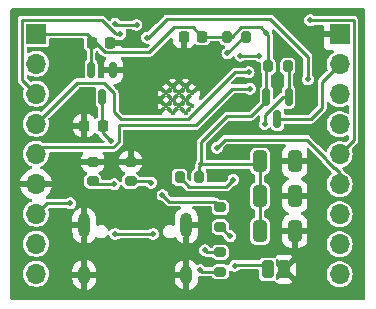
<source format=gtl>
G04 #@! TF.GenerationSoftware,KiCad,Pcbnew,7.0.7*
G04 #@! TF.CreationDate,2024-04-01T23:13:17-04:00*
G04 #@! TF.ProjectId,sensor_node,73656e73-6f72-45f6-9e6f-64652e6b6963,rev?*
G04 #@! TF.SameCoordinates,Original*
G04 #@! TF.FileFunction,Copper,L1,Top*
G04 #@! TF.FilePolarity,Positive*
%FSLAX46Y46*%
G04 Gerber Fmt 4.6, Leading zero omitted, Abs format (unit mm)*
G04 Created by KiCad (PCBNEW 7.0.7) date 2024-04-01 23:13:17*
%MOMM*%
%LPD*%
G01*
G04 APERTURE LIST*
G04 Aperture macros list*
%AMRoundRect*
0 Rectangle with rounded corners*
0 $1 Rounding radius*
0 $2 $3 $4 $5 $6 $7 $8 $9 X,Y pos of 4 corners*
0 Add a 4 corners polygon primitive as box body*
4,1,4,$2,$3,$4,$5,$6,$7,$8,$9,$2,$3,0*
0 Add four circle primitives for the rounded corners*
1,1,$1+$1,$2,$3*
1,1,$1+$1,$4,$5*
1,1,$1+$1,$6,$7*
1,1,$1+$1,$8,$9*
0 Add four rect primitives between the rounded corners*
20,1,$1+$1,$2,$3,$4,$5,0*
20,1,$1+$1,$4,$5,$6,$7,0*
20,1,$1+$1,$6,$7,$8,$9,0*
20,1,$1+$1,$8,$9,$2,$3,0*%
G04 Aperture macros list end*
G04 #@! TA.AperFunction,SMDPad,CuDef*
%ADD10RoundRect,0.250000X-0.325000X-0.650000X0.325000X-0.650000X0.325000X0.650000X-0.325000X0.650000X0*%
G04 #@! TD*
G04 #@! TA.AperFunction,SMDPad,CuDef*
%ADD11RoundRect,0.225000X-0.225000X-0.250000X0.225000X-0.250000X0.225000X0.250000X-0.225000X0.250000X0*%
G04 #@! TD*
G04 #@! TA.AperFunction,ComponentPad*
%ADD12R,1.700000X1.700000*%
G04 #@! TD*
G04 #@! TA.AperFunction,ComponentPad*
%ADD13O,1.700000X1.700000*%
G04 #@! TD*
G04 #@! TA.AperFunction,SMDPad,CuDef*
%ADD14RoundRect,0.200000X0.200000X0.275000X-0.200000X0.275000X-0.200000X-0.275000X0.200000X-0.275000X0*%
G04 #@! TD*
G04 #@! TA.AperFunction,SMDPad,CuDef*
%ADD15RoundRect,0.200000X0.275000X-0.200000X0.275000X0.200000X-0.275000X0.200000X-0.275000X-0.200000X0*%
G04 #@! TD*
G04 #@! TA.AperFunction,SMDPad,CuDef*
%ADD16RoundRect,0.150000X-0.150000X0.512500X-0.150000X-0.512500X0.150000X-0.512500X0.150000X0.512500X0*%
G04 #@! TD*
G04 #@! TA.AperFunction,SMDPad,CuDef*
%ADD17RoundRect,0.225000X0.225000X0.250000X-0.225000X0.250000X-0.225000X-0.250000X0.225000X-0.250000X0*%
G04 #@! TD*
G04 #@! TA.AperFunction,SMDPad,CuDef*
%ADD18RoundRect,0.200000X-0.200000X-0.275000X0.200000X-0.275000X0.200000X0.275000X-0.200000X0.275000X0*%
G04 #@! TD*
G04 #@! TA.AperFunction,SMDPad,CuDef*
%ADD19RoundRect,0.150000X-0.150000X0.587500X-0.150000X-0.587500X0.150000X-0.587500X0.150000X0.587500X0*%
G04 #@! TD*
G04 #@! TA.AperFunction,SMDPad,CuDef*
%ADD20RoundRect,0.250000X-0.250000X-0.500000X0.250000X-0.500000X0.250000X0.500000X-0.250000X0.500000X0*%
G04 #@! TD*
G04 #@! TA.AperFunction,ComponentPad*
%ADD21O,1.000000X1.600000*%
G04 #@! TD*
G04 #@! TA.AperFunction,ComponentPad*
%ADD22O,1.000000X2.100000*%
G04 #@! TD*
G04 #@! TA.AperFunction,ComponentPad*
%ADD23C,0.400000*%
G04 #@! TD*
G04 #@! TA.AperFunction,ViaPad*
%ADD24C,0.500000*%
G04 #@! TD*
G04 #@! TA.AperFunction,Conductor*
%ADD25C,0.250000*%
G04 #@! TD*
G04 APERTURE END LIST*
D10*
X159450000Y-71150000D03*
X162400000Y-71150000D03*
D11*
X145225000Y-61100000D03*
X146775000Y-61100000D03*
D12*
X166200000Y-60390000D03*
D13*
X166200000Y-62930000D03*
X166200000Y-65470000D03*
X166200000Y-68010000D03*
X166200000Y-70550000D03*
X166200000Y-73090000D03*
X166200000Y-75630000D03*
X166200000Y-78170000D03*
X166200000Y-80710000D03*
D14*
X158299997Y-60600000D03*
X156649997Y-60600000D03*
D15*
X145300000Y-72825000D03*
X145300000Y-71175000D03*
X156100000Y-76700000D03*
X156100000Y-75050000D03*
D16*
X147050000Y-63425000D03*
X145150000Y-63425000D03*
X146100000Y-65700000D03*
D10*
X159450000Y-77050000D03*
X162400000Y-77050000D03*
D15*
X148500000Y-72825000D03*
X148500000Y-71175000D03*
D12*
X140500000Y-60350000D03*
D13*
X140500000Y-62890000D03*
X140500000Y-65430000D03*
X140500000Y-67970000D03*
X140500000Y-70510000D03*
X140500000Y-73050000D03*
X140500000Y-75590000D03*
X140500000Y-78130000D03*
X140500000Y-80670000D03*
D17*
X154550000Y-60600000D03*
X153000000Y-60600000D03*
D10*
X159450000Y-74100000D03*
X162400000Y-74100000D03*
D18*
X160159250Y-63100000D03*
X161809250Y-63100000D03*
D17*
X146125000Y-68125000D03*
X144575000Y-68125000D03*
D14*
X154300000Y-72500000D03*
X152650000Y-72500000D03*
D19*
X161884251Y-65700000D03*
X159984251Y-65700000D03*
X160934251Y-67575000D03*
D15*
X156100000Y-80500000D03*
X156100000Y-78850000D03*
D20*
X160100000Y-80300000D03*
X161500000Y-80300000D03*
D21*
X153220000Y-80750000D03*
D22*
X153220000Y-76570000D03*
D21*
X144580000Y-80750000D03*
D22*
X144580000Y-76570000D03*
D23*
X153700000Y-66500000D03*
X153700000Y-65400000D03*
X153150000Y-67050000D03*
X153150000Y-65950000D03*
X153150000Y-64850000D03*
X152600000Y-66500000D03*
X152600000Y-65400000D03*
X152050000Y-67050000D03*
X152050000Y-65950000D03*
X152050000Y-64850000D03*
X151500000Y-66500000D03*
X151500000Y-65400000D03*
D24*
X159400000Y-62200000D03*
X157800000Y-62200000D03*
X149900000Y-60675500D03*
X147621202Y-60363606D03*
X147200000Y-59500000D03*
X149000000Y-59600000D03*
X150400000Y-77300000D03*
X147200000Y-77300000D03*
X146800000Y-69400000D03*
X158500000Y-63600000D03*
X163509502Y-64200000D03*
X163700000Y-59200000D03*
X155800000Y-70000000D03*
X156700000Y-62000000D03*
X158600000Y-65000000D03*
X150250000Y-72950000D03*
X147100000Y-73100000D03*
X154400000Y-80375000D03*
X160000000Y-60300000D03*
X154500000Y-71400000D03*
X157300000Y-79987500D03*
X154800000Y-78675000D03*
X156925500Y-77475000D03*
X151200000Y-74000000D03*
X157206233Y-72693767D03*
X159854302Y-67977450D03*
X143400000Y-74700000D03*
D25*
X141035000Y-69975000D02*
X140500000Y-70510000D01*
X147038173Y-69975000D02*
X141035000Y-69975000D01*
X157100000Y-65000000D02*
X154000000Y-68100000D01*
X154000000Y-68100000D02*
X147500000Y-68100000D01*
X158600000Y-65000000D02*
X157100000Y-65000000D01*
X147500000Y-68100000D02*
X147500000Y-69513173D01*
X147500000Y-69513173D02*
X147038173Y-69975000D01*
X157800000Y-62200000D02*
X159400000Y-62200000D01*
X146234251Y-64500000D02*
X143970000Y-64500000D01*
X147100000Y-67000000D02*
X147100000Y-65365749D01*
X147100000Y-65365749D02*
X146234251Y-64500000D01*
X147700000Y-67600000D02*
X147100000Y-67000000D01*
X157342463Y-63600000D02*
X153342463Y-67600000D01*
X153342463Y-67600000D02*
X147700000Y-67600000D01*
X158500000Y-63600000D02*
X157342463Y-63600000D01*
X143970000Y-64500000D02*
X140500000Y-67970000D01*
X163509502Y-62296329D02*
X163509502Y-64200000D01*
X160313173Y-59100000D02*
X163509502Y-62296329D01*
X151563604Y-59100000D02*
X160313173Y-59100000D01*
X149988104Y-60675500D02*
X151563604Y-59100000D01*
X149900000Y-60675500D02*
X149988104Y-60675500D01*
X147300000Y-59600000D02*
X149000000Y-59600000D01*
X147200000Y-59500000D02*
X147300000Y-59600000D01*
X139325000Y-64255000D02*
X140500000Y-65430000D01*
X139325000Y-59175000D02*
X139325000Y-64255000D01*
X146061827Y-59175000D02*
X139325000Y-59175000D01*
X147186827Y-60300000D02*
X146061827Y-59175000D01*
X147621202Y-60363606D02*
X147291423Y-60363606D01*
X147291423Y-60363606D02*
X147227817Y-60300000D01*
X147227817Y-60300000D02*
X147186827Y-60300000D01*
X152200000Y-59800000D02*
X153750000Y-59800000D01*
X150100000Y-61900000D02*
X152200000Y-59800000D01*
X153750000Y-59800000D02*
X154550000Y-60600000D01*
X146322183Y-61900000D02*
X150100000Y-61900000D01*
X146000000Y-61577817D02*
X146322183Y-61900000D01*
X146000000Y-61575002D02*
X146000000Y-61577817D01*
X144774998Y-60350000D02*
X146000000Y-61575002D01*
X140500000Y-60350000D02*
X144774998Y-60350000D01*
X147200000Y-77300000D02*
X150400000Y-77300000D01*
X146125000Y-68725000D02*
X146800000Y-69400000D01*
X146099999Y-68024999D02*
X146100000Y-65700000D01*
X146125000Y-68125000D02*
X146125000Y-68725000D01*
X167375000Y-69375000D02*
X167375000Y-59215000D01*
X166200000Y-70550000D02*
X167375000Y-69375000D01*
X167375000Y-59215000D02*
X167360000Y-59200000D01*
X167360000Y-59200000D02*
X163700000Y-59200000D01*
X163400000Y-69300000D02*
X165025000Y-70925000D01*
X155800000Y-70000000D02*
X156500000Y-69300000D01*
X166200000Y-72100000D02*
X166200000Y-73090000D01*
X156500000Y-69300000D02*
X163400000Y-69300000D01*
X165025000Y-70925000D02*
X165025000Y-71036701D01*
X165713299Y-71725000D02*
X165825000Y-71725000D01*
X165025000Y-71036701D02*
X165713299Y-71725000D01*
X165825000Y-71725000D02*
X166200000Y-72100000D01*
X158100000Y-60600000D02*
X158299997Y-60600000D01*
X156700000Y-62000000D02*
X158100000Y-60600000D01*
X150250000Y-72950000D02*
X150125000Y-72825000D01*
X150125000Y-72825000D02*
X148700000Y-72825000D01*
X147100000Y-73100000D02*
X145075000Y-73100000D01*
X145575000Y-73100000D02*
X145300000Y-72825000D01*
X160000000Y-65684251D02*
X160000000Y-63259250D01*
X154525000Y-80500000D02*
X154400000Y-80375000D01*
X160159250Y-60459250D02*
X160159250Y-63100000D01*
X158702450Y-67322550D02*
X160000001Y-66024999D01*
X157082535Y-60600000D02*
X156649997Y-60600000D01*
X145149999Y-62225000D02*
X145150001Y-61275000D01*
X159500000Y-59800000D02*
X157882535Y-59800000D01*
X159450000Y-71150000D02*
X159450000Y-77050000D01*
X156650000Y-60600000D02*
X154550000Y-60599999D01*
X156100000Y-80500000D02*
X154525000Y-80500000D01*
X154300000Y-72500000D02*
X154300000Y-71600000D01*
X145149999Y-63425000D02*
X145149999Y-62225000D01*
X160000000Y-63259250D02*
X160159250Y-63100000D01*
X159984251Y-65700000D02*
X160000000Y-65684251D01*
X160000000Y-60300000D02*
X160159250Y-60459250D01*
X157882535Y-59800000D02*
X157082535Y-60600000D01*
X156677450Y-67322550D02*
X158702450Y-67322550D01*
X154500000Y-71400000D02*
X154500000Y-69500000D01*
X160000000Y-60300000D02*
X159500000Y-59800000D01*
X154300000Y-71600000D02*
X154500000Y-71400000D01*
X145150001Y-61275000D02*
X145425000Y-61000000D01*
X154500000Y-69500000D02*
X156677450Y-67322550D01*
X159450000Y-71150000D02*
X159200000Y-71400000D01*
X159200000Y-71400000D02*
X154500000Y-71400000D01*
X159700000Y-79900000D02*
X157387500Y-79900000D01*
X160100000Y-80300000D02*
X159700000Y-79900000D01*
X157387500Y-79900000D02*
X157300000Y-79987500D01*
X156100000Y-78850000D02*
X154975000Y-78850000D01*
X154975000Y-78850000D02*
X154800000Y-78675000D01*
X156875000Y-77475000D02*
X156100000Y-76700000D01*
X156925500Y-77475000D02*
X156875000Y-77475000D01*
X164715000Y-66625000D02*
X164715000Y-64415000D01*
X164715000Y-64415000D02*
X166200000Y-62930000D01*
X160934251Y-67575000D02*
X163765000Y-67575000D01*
X163765000Y-67575000D02*
X164715000Y-66625000D01*
X151775000Y-74575000D02*
X151200000Y-74000000D01*
X156100000Y-75050000D02*
X155625000Y-74575000D01*
X155625000Y-74575000D02*
X151775000Y-74575000D01*
X153450000Y-73300000D02*
X152650000Y-72500000D01*
X157206233Y-72693767D02*
X156600000Y-73300000D01*
X156600000Y-73300000D02*
X153450000Y-73300000D01*
X161884251Y-65700001D02*
X161884250Y-63175001D01*
X161400000Y-65700000D02*
X161884251Y-65700000D01*
X161884250Y-63175001D02*
X161809250Y-63100002D01*
X159854302Y-67245698D02*
X161400000Y-65700000D01*
X159854302Y-67977450D02*
X159854302Y-67245698D01*
X143400000Y-74700000D02*
X141390000Y-74700000D01*
X141390000Y-74700000D02*
X140500000Y-75590000D01*
G04 #@! TA.AperFunction,Conductor*
G36*
X151820444Y-66538842D02*
G01*
X151831476Y-66548634D01*
X152001365Y-66718523D01*
X152034850Y-66779846D01*
X152029866Y-66849538D01*
X151987994Y-66905471D01*
X151975689Y-66913588D01*
X151972359Y-66915510D01*
X151915512Y-66972356D01*
X151913589Y-66975688D01*
X151863020Y-67023902D01*
X151794413Y-67037122D01*
X151729549Y-67011152D01*
X151718523Y-67001365D01*
X151548634Y-66831476D01*
X151515149Y-66770153D01*
X151520133Y-66700461D01*
X151562005Y-66644528D01*
X151574318Y-66636406D01*
X151577639Y-66634487D01*
X151577645Y-66634486D01*
X151634486Y-66577646D01*
X151634487Y-66577639D01*
X151636406Y-66574318D01*
X151686971Y-66526101D01*
X151755578Y-66512876D01*
X151820444Y-66538842D01*
G37*
G04 #@! TD.AperFunction*
G04 #@! TA.AperFunction,Conductor*
G36*
X152920444Y-66538842D02*
G01*
X152931476Y-66548634D01*
X153101365Y-66718523D01*
X153134850Y-66779846D01*
X153129866Y-66849538D01*
X153087994Y-66905471D01*
X153075689Y-66913588D01*
X153072359Y-66915510D01*
X153015512Y-66972356D01*
X153013589Y-66975688D01*
X152963020Y-67023902D01*
X152894413Y-67037122D01*
X152829549Y-67011152D01*
X152818523Y-67001365D01*
X152648634Y-66831476D01*
X152615149Y-66770153D01*
X152620133Y-66700461D01*
X152662005Y-66644528D01*
X152674318Y-66636406D01*
X152677639Y-66634487D01*
X152677645Y-66634486D01*
X152734486Y-66577646D01*
X152734487Y-66577639D01*
X152736406Y-66574318D01*
X152786971Y-66526101D01*
X152855578Y-66512876D01*
X152920444Y-66538842D01*
G37*
G04 #@! TD.AperFunction*
G04 #@! TA.AperFunction,Conductor*
G36*
X152399535Y-66520132D02*
G01*
X152455469Y-66562002D01*
X152463592Y-66574316D01*
X152465515Y-66577647D01*
X152522352Y-66634484D01*
X152525681Y-66636406D01*
X152573898Y-66686972D01*
X152587123Y-66755579D01*
X152561156Y-66820444D01*
X152551369Y-66831473D01*
X152538382Y-66844461D01*
X152381476Y-67001365D01*
X152320152Y-67034849D01*
X152250461Y-67029864D01*
X152194527Y-66987993D01*
X152186408Y-66975683D01*
X152184486Y-66972354D01*
X152127647Y-66915515D01*
X152124316Y-66913592D01*
X152076100Y-66863025D01*
X152062876Y-66794418D01*
X152088844Y-66729553D01*
X152098634Y-66718522D01*
X152246657Y-66570501D01*
X152268521Y-66548636D01*
X152329843Y-66515149D01*
X152399535Y-66520132D01*
G37*
G04 #@! TD.AperFunction*
G04 #@! TA.AperFunction,Conductor*
G36*
X153499535Y-66520132D02*
G01*
X153555469Y-66562002D01*
X153563592Y-66574316D01*
X153565515Y-66577646D01*
X153611964Y-66624095D01*
X153645450Y-66685418D01*
X153640466Y-66755110D01*
X153611966Y-66799458D01*
X153449460Y-66961965D01*
X153388136Y-66995450D01*
X153318445Y-66990466D01*
X153274097Y-66961965D01*
X153227647Y-66915515D01*
X153224316Y-66913592D01*
X153176100Y-66863025D01*
X153162876Y-66794418D01*
X153188844Y-66729553D01*
X153198634Y-66718522D01*
X153346657Y-66570501D01*
X153368521Y-66548636D01*
X153429843Y-66515149D01*
X153499535Y-66520132D01*
G37*
G04 #@! TD.AperFunction*
G04 #@! TA.AperFunction,Conductor*
G36*
X152370444Y-65988842D02*
G01*
X152381476Y-65998634D01*
X152551365Y-66168523D01*
X152584850Y-66229846D01*
X152579866Y-66299538D01*
X152537994Y-66355471D01*
X152525689Y-66363588D01*
X152522359Y-66365510D01*
X152465510Y-66422358D01*
X152463585Y-66425693D01*
X152413014Y-66473904D01*
X152344406Y-66487122D01*
X152279544Y-66461149D01*
X152268521Y-66451365D01*
X152114443Y-66297285D01*
X152098634Y-66281476D01*
X152065149Y-66220153D01*
X152070133Y-66150461D01*
X152112005Y-66094528D01*
X152124318Y-66086406D01*
X152127639Y-66084487D01*
X152127645Y-66084486D01*
X152184486Y-66027646D01*
X152184487Y-66027639D01*
X152186406Y-66024318D01*
X152236971Y-65976101D01*
X152305578Y-65962876D01*
X152370444Y-65988842D01*
G37*
G04 #@! TD.AperFunction*
G04 #@! TA.AperFunction,Conductor*
G36*
X153470444Y-65988842D02*
G01*
X153481476Y-65998634D01*
X153651365Y-66168523D01*
X153684850Y-66229846D01*
X153679866Y-66299538D01*
X153637994Y-66355471D01*
X153625689Y-66363588D01*
X153622359Y-66365510D01*
X153565510Y-66422358D01*
X153563585Y-66425693D01*
X153513014Y-66473904D01*
X153444406Y-66487122D01*
X153379544Y-66461149D01*
X153368521Y-66451365D01*
X153214443Y-66297285D01*
X153198634Y-66281476D01*
X153165149Y-66220153D01*
X153170133Y-66150461D01*
X153212005Y-66094528D01*
X153224318Y-66086406D01*
X153227639Y-66084487D01*
X153227645Y-66084486D01*
X153284486Y-66027646D01*
X153284487Y-66027639D01*
X153286406Y-66024318D01*
X153336971Y-65976101D01*
X153405578Y-65962876D01*
X153470444Y-65988842D01*
G37*
G04 #@! TD.AperFunction*
G04 #@! TA.AperFunction,Conductor*
G36*
X151849533Y-65970132D02*
G01*
X151905468Y-66012001D01*
X151913592Y-66024316D01*
X151915515Y-66027647D01*
X151972352Y-66084484D01*
X151975681Y-66086406D01*
X152023898Y-66136972D01*
X152037123Y-66205579D01*
X152011156Y-66270444D01*
X152001368Y-66281473D01*
X151985558Y-66297284D01*
X151831476Y-66451365D01*
X151770152Y-66484849D01*
X151700461Y-66479864D01*
X151644527Y-66437993D01*
X151636408Y-66425683D01*
X151634486Y-66422354D01*
X151577647Y-66365515D01*
X151574316Y-66363592D01*
X151526100Y-66313025D01*
X151512876Y-66244418D01*
X151538844Y-66179553D01*
X151548634Y-66168522D01*
X151705335Y-66011822D01*
X151718519Y-65998637D01*
X151779841Y-65965150D01*
X151849533Y-65970132D01*
G37*
G04 #@! TD.AperFunction*
G04 #@! TA.AperFunction,Conductor*
G36*
X152949533Y-65970132D02*
G01*
X153005468Y-66012001D01*
X153013592Y-66024316D01*
X153015515Y-66027647D01*
X153072352Y-66084484D01*
X153075681Y-66086406D01*
X153123898Y-66136972D01*
X153137123Y-66205579D01*
X153111156Y-66270444D01*
X153101368Y-66281473D01*
X153085558Y-66297284D01*
X152931476Y-66451365D01*
X152870152Y-66484849D01*
X152800461Y-66479864D01*
X152744527Y-66437993D01*
X152736408Y-66425683D01*
X152734486Y-66422354D01*
X152677647Y-66365515D01*
X152674316Y-66363592D01*
X152626100Y-66313025D01*
X152612876Y-66244418D01*
X152638844Y-66179553D01*
X152648634Y-66168522D01*
X152805335Y-66011822D01*
X152818519Y-65998637D01*
X152879841Y-65965150D01*
X152949533Y-65970132D01*
G37*
G04 #@! TD.AperFunction*
G04 #@! TA.AperFunction,Conductor*
G36*
X151820444Y-65438842D02*
G01*
X151831476Y-65448634D01*
X152001365Y-65618523D01*
X152034850Y-65679846D01*
X152029866Y-65749538D01*
X151987994Y-65805471D01*
X151975689Y-65813588D01*
X151972359Y-65815510D01*
X151915510Y-65872358D01*
X151913585Y-65875693D01*
X151863014Y-65923904D01*
X151794406Y-65937122D01*
X151729544Y-65911149D01*
X151718521Y-65901365D01*
X151598996Y-65781838D01*
X151548634Y-65731476D01*
X151515149Y-65670153D01*
X151520133Y-65600461D01*
X151562005Y-65544528D01*
X151574318Y-65536406D01*
X151577639Y-65534487D01*
X151577645Y-65534486D01*
X151634486Y-65477646D01*
X151634487Y-65477639D01*
X151636406Y-65474318D01*
X151686971Y-65426101D01*
X151755578Y-65412876D01*
X151820444Y-65438842D01*
G37*
G04 #@! TD.AperFunction*
G04 #@! TA.AperFunction,Conductor*
G36*
X152920444Y-65438842D02*
G01*
X152931476Y-65448634D01*
X153101365Y-65618523D01*
X153134850Y-65679846D01*
X153129866Y-65749538D01*
X153087994Y-65805471D01*
X153075689Y-65813588D01*
X153072359Y-65815510D01*
X153015510Y-65872358D01*
X153013585Y-65875693D01*
X152963014Y-65923904D01*
X152894406Y-65937122D01*
X152829544Y-65911149D01*
X152818521Y-65901365D01*
X152698996Y-65781838D01*
X152648634Y-65731476D01*
X152615149Y-65670153D01*
X152620133Y-65600461D01*
X152662005Y-65544528D01*
X152674318Y-65536406D01*
X152677639Y-65534487D01*
X152677645Y-65534486D01*
X152734486Y-65477646D01*
X152734487Y-65477639D01*
X152736406Y-65474318D01*
X152786971Y-65426101D01*
X152855578Y-65412876D01*
X152920444Y-65438842D01*
G37*
G04 #@! TD.AperFunction*
G04 #@! TA.AperFunction,Conductor*
G36*
X152399532Y-65420132D02*
G01*
X152455468Y-65462001D01*
X152463590Y-65474314D01*
X152465513Y-65477645D01*
X152522352Y-65534484D01*
X152525681Y-65536406D01*
X152573898Y-65586972D01*
X152587123Y-65655579D01*
X152561156Y-65720444D01*
X152551366Y-65731475D01*
X152501004Y-65781838D01*
X152381476Y-65901365D01*
X152320152Y-65934849D01*
X152250460Y-65929864D01*
X152194527Y-65887993D01*
X152186408Y-65875683D01*
X152184486Y-65872354D01*
X152127647Y-65815515D01*
X152124316Y-65813592D01*
X152076100Y-65763025D01*
X152062876Y-65694418D01*
X152088844Y-65629553D01*
X152098634Y-65618522D01*
X152257204Y-65459954D01*
X152268519Y-65448639D01*
X152329841Y-65415151D01*
X152399532Y-65420132D01*
G37*
G04 #@! TD.AperFunction*
G04 #@! TA.AperFunction,Conductor*
G36*
X153499532Y-65420132D02*
G01*
X153555468Y-65462001D01*
X153563590Y-65474314D01*
X153565513Y-65477645D01*
X153622352Y-65534484D01*
X153625681Y-65536406D01*
X153673898Y-65586972D01*
X153687123Y-65655579D01*
X153661156Y-65720444D01*
X153651366Y-65731475D01*
X153601004Y-65781838D01*
X153481476Y-65901365D01*
X153420152Y-65934849D01*
X153350460Y-65929864D01*
X153294527Y-65887993D01*
X153286408Y-65875683D01*
X153284486Y-65872354D01*
X153227647Y-65815515D01*
X153224316Y-65813592D01*
X153176100Y-65763025D01*
X153162876Y-65694418D01*
X153188844Y-65629553D01*
X153198634Y-65618522D01*
X153357204Y-65459954D01*
X153368519Y-65448639D01*
X153429841Y-65415151D01*
X153499532Y-65420132D01*
G37*
G04 #@! TD.AperFunction*
G04 #@! TA.AperFunction,Conductor*
G36*
X152370444Y-64888842D02*
G01*
X152381476Y-64898634D01*
X152551365Y-65068523D01*
X152584850Y-65129846D01*
X152579866Y-65199538D01*
X152537994Y-65255471D01*
X152525689Y-65263588D01*
X152522359Y-65265510D01*
X152465510Y-65322358D01*
X152463585Y-65325693D01*
X152413014Y-65373904D01*
X152344406Y-65387122D01*
X152279544Y-65361149D01*
X152268521Y-65351365D01*
X152111029Y-65193871D01*
X152098634Y-65181476D01*
X152065149Y-65120153D01*
X152070133Y-65050461D01*
X152112005Y-64994528D01*
X152124318Y-64986406D01*
X152127639Y-64984487D01*
X152127645Y-64984486D01*
X152184486Y-64927646D01*
X152184487Y-64927639D01*
X152186406Y-64924318D01*
X152236971Y-64876101D01*
X152305578Y-64862876D01*
X152370444Y-64888842D01*
G37*
G04 #@! TD.AperFunction*
G04 #@! TA.AperFunction,Conductor*
G36*
X153470444Y-64888842D02*
G01*
X153481476Y-64898634D01*
X153651365Y-65068523D01*
X153684850Y-65129846D01*
X153679866Y-65199538D01*
X153637994Y-65255471D01*
X153625689Y-65263588D01*
X153622359Y-65265510D01*
X153565510Y-65322358D01*
X153563585Y-65325693D01*
X153513014Y-65373904D01*
X153444406Y-65387122D01*
X153379544Y-65361149D01*
X153368521Y-65351365D01*
X153211029Y-65193871D01*
X153198634Y-65181476D01*
X153165149Y-65120153D01*
X153170133Y-65050461D01*
X153212005Y-64994528D01*
X153224318Y-64986406D01*
X153227639Y-64984487D01*
X153227645Y-64984486D01*
X153284486Y-64927646D01*
X153284487Y-64927639D01*
X153286406Y-64924318D01*
X153336971Y-64876101D01*
X153405578Y-64862876D01*
X153470444Y-64888842D01*
G37*
G04 #@! TD.AperFunction*
G04 #@! TA.AperFunction,Conductor*
G36*
X151849536Y-64870132D02*
G01*
X151905470Y-64912003D01*
X151913592Y-64924316D01*
X151915515Y-64927647D01*
X151972352Y-64984484D01*
X151975681Y-64986406D01*
X152023898Y-65036972D01*
X152037123Y-65105579D01*
X152011156Y-65170444D01*
X152001369Y-65181473D01*
X151988973Y-65193870D01*
X151831476Y-65351366D01*
X151770153Y-65384850D01*
X151700461Y-65379866D01*
X151644528Y-65337994D01*
X151636406Y-65325681D01*
X151634484Y-65322352D01*
X151577647Y-65265515D01*
X151574316Y-65263592D01*
X151526100Y-65213025D01*
X151512876Y-65144418D01*
X151538844Y-65079553D01*
X151548634Y-65068522D01*
X151689512Y-64927645D01*
X151718521Y-64898635D01*
X151779844Y-64865149D01*
X151849536Y-64870132D01*
G37*
G04 #@! TD.AperFunction*
G04 #@! TA.AperFunction,Conductor*
G36*
X152949534Y-64870132D02*
G01*
X153005469Y-64912001D01*
X153013592Y-64924316D01*
X153015515Y-64927647D01*
X153072352Y-64984484D01*
X153075681Y-64986406D01*
X153123898Y-65036972D01*
X153137123Y-65105579D01*
X153111156Y-65170444D01*
X153101369Y-65181473D01*
X153088973Y-65193870D01*
X152931476Y-65351366D01*
X152870153Y-65384850D01*
X152800461Y-65379866D01*
X152744528Y-65337994D01*
X152736406Y-65325681D01*
X152734484Y-65322352D01*
X152677647Y-65265515D01*
X152674316Y-65263592D01*
X152626100Y-65213025D01*
X152612876Y-65144418D01*
X152638844Y-65079553D01*
X152648634Y-65068522D01*
X152789513Y-64927646D01*
X152818520Y-64898637D01*
X152879842Y-64865150D01*
X152949534Y-64870132D01*
G37*
G04 #@! TD.AperFunction*
G04 #@! TA.AperFunction,Conductor*
G36*
X168317539Y-58220185D02*
G01*
X168363294Y-58272989D01*
X168374500Y-58324500D01*
X168374500Y-82775500D01*
X168354815Y-82842539D01*
X168302011Y-82888294D01*
X168250500Y-82899500D01*
X138449500Y-82899500D01*
X138382461Y-82879815D01*
X138336706Y-82827011D01*
X138325500Y-82775500D01*
X138325500Y-80670000D01*
X139394785Y-80670000D01*
X139413602Y-80873082D01*
X139469417Y-81069247D01*
X139469422Y-81069260D01*
X139560327Y-81251821D01*
X139683237Y-81414581D01*
X139833958Y-81551980D01*
X139833960Y-81551982D01*
X139898560Y-81591980D01*
X140007363Y-81659348D01*
X140197544Y-81733024D01*
X140398024Y-81770500D01*
X140398026Y-81770500D01*
X140601974Y-81770500D01*
X140601976Y-81770500D01*
X140802456Y-81733024D01*
X140992637Y-81659348D01*
X141166041Y-81551981D01*
X141316764Y-81414579D01*
X141439673Y-81251821D01*
X141514915Y-81100713D01*
X143580000Y-81100713D01*
X143595418Y-81252338D01*
X143656299Y-81446381D01*
X143656304Y-81446391D01*
X143755005Y-81624215D01*
X143755005Y-81624216D01*
X143887478Y-81778530D01*
X143887479Y-81778531D01*
X144048304Y-81903018D01*
X144230907Y-81992589D01*
X144330000Y-82018244D01*
X144330000Y-81454978D01*
X144349685Y-81387939D01*
X144402489Y-81342184D01*
X144471647Y-81332240D01*
X144487926Y-81335709D01*
X144551840Y-81353895D01*
X144663521Y-81343546D01*
X144663526Y-81343543D01*
X144672063Y-81341115D01*
X144741930Y-81341701D01*
X144800390Y-81379966D01*
X144828881Y-81443763D01*
X144830000Y-81460381D01*
X144830000Y-82023366D01*
X144831944Y-82023069D01*
X144831945Y-82023069D01*
X145022660Y-81952436D01*
X145022664Y-81952434D01*
X145195267Y-81844850D01*
X145342668Y-81704735D01*
X145342669Y-81704733D01*
X145458856Y-81537804D01*
X145539059Y-81350907D01*
X145580000Y-81151690D01*
X145580000Y-81100713D01*
X152220000Y-81100713D01*
X152235418Y-81252338D01*
X152296299Y-81446381D01*
X152296304Y-81446391D01*
X152395005Y-81624215D01*
X152395005Y-81624216D01*
X152527478Y-81778530D01*
X152527479Y-81778531D01*
X152688304Y-81903018D01*
X152870907Y-81992589D01*
X152970000Y-82018244D01*
X152970000Y-81454978D01*
X152989685Y-81387939D01*
X153042489Y-81342184D01*
X153111647Y-81332240D01*
X153127926Y-81335709D01*
X153191840Y-81353895D01*
X153303521Y-81343546D01*
X153303526Y-81343543D01*
X153312063Y-81341115D01*
X153381930Y-81341701D01*
X153440390Y-81379966D01*
X153468881Y-81443763D01*
X153470000Y-81460381D01*
X153470000Y-82023366D01*
X153471944Y-82023069D01*
X153471945Y-82023069D01*
X153662660Y-81952436D01*
X153662664Y-81952434D01*
X153835267Y-81844850D01*
X153982668Y-81704735D01*
X153982669Y-81704733D01*
X154098856Y-81537804D01*
X154179059Y-81350907D01*
X154220000Y-81151690D01*
X154220000Y-80999500D01*
X154239685Y-80932461D01*
X154292489Y-80886706D01*
X154344000Y-80875500D01*
X154452227Y-80875500D01*
X154467562Y-80877736D01*
X154467717Y-80876497D01*
X154477910Y-80877767D01*
X154477912Y-80877768D01*
X154477913Y-80877767D01*
X154477914Y-80877768D01*
X154532756Y-80875500D01*
X155332020Y-80875500D01*
X155399059Y-80895185D01*
X155431790Y-80925867D01*
X155502848Y-81022148D01*
X155502849Y-81022148D01*
X155502850Y-81022150D01*
X155612118Y-81102793D01*
X155630600Y-81109260D01*
X155740299Y-81147646D01*
X155770730Y-81150500D01*
X155770734Y-81150500D01*
X156429270Y-81150500D01*
X156459699Y-81147646D01*
X156459701Y-81147646D01*
X156523790Y-81125219D01*
X156587882Y-81102793D01*
X156697150Y-81022150D01*
X156777793Y-80912882D01*
X156800219Y-80848790D01*
X156822646Y-80784701D01*
X156822646Y-80784699D01*
X156825500Y-80754269D01*
X156825500Y-80504592D01*
X156845185Y-80437553D01*
X156897989Y-80391798D01*
X156967147Y-80381854D01*
X157016540Y-80400277D01*
X157089948Y-80447454D01*
X157228036Y-80487999D01*
X157228038Y-80488000D01*
X157228039Y-80488000D01*
X157371962Y-80488000D01*
X157371962Y-80487999D01*
X157510053Y-80447453D01*
X157631128Y-80369643D01*
X157675619Y-80318296D01*
X157734397Y-80280523D01*
X157769332Y-80275500D01*
X159225500Y-80275500D01*
X159292539Y-80295185D01*
X159338294Y-80347989D01*
X159349500Y-80399500D01*
X159349500Y-80847870D01*
X159349501Y-80847876D01*
X159355908Y-80907483D01*
X159406202Y-81042328D01*
X159406206Y-81042335D01*
X159492452Y-81157544D01*
X159492455Y-81157547D01*
X159607664Y-81243793D01*
X159607671Y-81243797D01*
X159629185Y-81251821D01*
X159742517Y-81294091D01*
X159802127Y-81300500D01*
X160397872Y-81300499D01*
X160457483Y-81294091D01*
X160463569Y-81291821D01*
X160600641Y-81240697D01*
X160601575Y-81243202D01*
X160656288Y-81231299D01*
X160721753Y-81255714D01*
X160763626Y-81311646D01*
X160771446Y-81354983D01*
X160771446Y-81382107D01*
X160781654Y-81392315D01*
X160930875Y-81484356D01*
X160930880Y-81484358D01*
X161097302Y-81539505D01*
X161097309Y-81539506D01*
X161200019Y-81549999D01*
X161799971Y-81549999D01*
X161799987Y-81549998D01*
X161902697Y-81539505D01*
X162069119Y-81484358D01*
X162069124Y-81484356D01*
X162218345Y-81392315D01*
X162228554Y-81382107D01*
X161500000Y-80653553D01*
X161008040Y-81145512D01*
X160946717Y-81178997D01*
X160877025Y-81174013D01*
X160821092Y-81132141D01*
X160796675Y-81066677D01*
X160804177Y-81014498D01*
X160830829Y-80943039D01*
X160844091Y-80907483D01*
X160850500Y-80847873D01*
X160850499Y-80647307D01*
X160870183Y-80580270D01*
X160886818Y-80559627D01*
X161146445Y-80300000D01*
X161853552Y-80300000D01*
X162491056Y-80937504D01*
X162499999Y-80849981D01*
X162499999Y-80710000D01*
X165094785Y-80710000D01*
X165113602Y-80913082D01*
X165169417Y-81109247D01*
X165169422Y-81109260D01*
X165260327Y-81291821D01*
X165383237Y-81454581D01*
X165533958Y-81591980D01*
X165533960Y-81591982D01*
X165586019Y-81624215D01*
X165707363Y-81699348D01*
X165897544Y-81773024D01*
X166098024Y-81810500D01*
X166098026Y-81810500D01*
X166301974Y-81810500D01*
X166301976Y-81810500D01*
X166502456Y-81773024D01*
X166692637Y-81699348D01*
X166866041Y-81591981D01*
X167010400Y-81460381D01*
X167016762Y-81454581D01*
X167022947Y-81446391D01*
X167139673Y-81291821D01*
X167230582Y-81109250D01*
X167286397Y-80913083D01*
X167305215Y-80710000D01*
X167301508Y-80669999D01*
X167286397Y-80506917D01*
X167248863Y-80375000D01*
X167230582Y-80310750D01*
X167225229Y-80300000D01*
X167178646Y-80206448D01*
X167139673Y-80128179D01*
X167016764Y-79965421D01*
X167016762Y-79965418D01*
X166866041Y-79828019D01*
X166866039Y-79828017D01*
X166692642Y-79720655D01*
X166692635Y-79720651D01*
X166523553Y-79655149D01*
X166502456Y-79646976D01*
X166301976Y-79609500D01*
X166098024Y-79609500D01*
X165897544Y-79646976D01*
X165897541Y-79646976D01*
X165897541Y-79646977D01*
X165707364Y-79720651D01*
X165707357Y-79720655D01*
X165533960Y-79828017D01*
X165533958Y-79828019D01*
X165383237Y-79965418D01*
X165260327Y-80128178D01*
X165169422Y-80310739D01*
X165169417Y-80310752D01*
X165113602Y-80506917D01*
X165094785Y-80709999D01*
X165094785Y-80710000D01*
X162499999Y-80710000D01*
X162499999Y-79750027D01*
X162499998Y-79750014D01*
X162491056Y-79662495D01*
X161853552Y-80300000D01*
X161146445Y-80300000D01*
X161146446Y-80299999D01*
X160886818Y-80040371D01*
X160853333Y-79979048D01*
X160850499Y-79952690D01*
X160850499Y-79752129D01*
X160850498Y-79752123D01*
X160850271Y-79750014D01*
X160844091Y-79692517D01*
X160839665Y-79680651D01*
X160804177Y-79585501D01*
X160799193Y-79515809D01*
X160832678Y-79454486D01*
X160894002Y-79421002D01*
X160963693Y-79425986D01*
X161008040Y-79454487D01*
X161500000Y-79946447D01*
X161500001Y-79946447D01*
X162228552Y-79217894D01*
X162228553Y-79217892D01*
X162218347Y-79207686D01*
X162069124Y-79115643D01*
X162069119Y-79115641D01*
X161902697Y-79060494D01*
X161902690Y-79060493D01*
X161799980Y-79050000D01*
X161200028Y-79050000D01*
X161200012Y-79050001D01*
X161097302Y-79060494D01*
X160930880Y-79115641D01*
X160930875Y-79115643D01*
X160781654Y-79207684D01*
X160771446Y-79217892D01*
X160771446Y-79245016D01*
X160751761Y-79312055D01*
X160698957Y-79357810D01*
X160629799Y-79367754D01*
X160601056Y-79358190D01*
X160600641Y-79359303D01*
X160457486Y-79305910D01*
X160457485Y-79305909D01*
X160457483Y-79305909D01*
X160397873Y-79299500D01*
X160397863Y-79299500D01*
X159802129Y-79299500D01*
X159802123Y-79299501D01*
X159742516Y-79305908D01*
X159607671Y-79356202D01*
X159607664Y-79356206D01*
X159492457Y-79442451D01*
X159492449Y-79442458D01*
X159468232Y-79474810D01*
X159412299Y-79516682D01*
X159368965Y-79524500D01*
X157517503Y-79524500D01*
X157482569Y-79519477D01*
X157427224Y-79503226D01*
X157371962Y-79487000D01*
X157371961Y-79487000D01*
X157228039Y-79487000D01*
X157228036Y-79487000D01*
X157089949Y-79527545D01*
X156968873Y-79605356D01*
X156874623Y-79714126D01*
X156874622Y-79714128D01*
X156814834Y-79845044D01*
X156812335Y-79853556D01*
X156809271Y-79852656D01*
X156786751Y-79901939D01*
X156727964Y-79939700D01*
X156658095Y-79939684D01*
X156619424Y-79920486D01*
X156612054Y-79915047D01*
X156587882Y-79897207D01*
X156587880Y-79897206D01*
X156459700Y-79852353D01*
X156429270Y-79849500D01*
X156429266Y-79849500D01*
X155770734Y-79849500D01*
X155770730Y-79849500D01*
X155740300Y-79852353D01*
X155740298Y-79852353D01*
X155612119Y-79897206D01*
X155612117Y-79897207D01*
X155502848Y-79977851D01*
X155431790Y-80074133D01*
X155376143Y-80116384D01*
X155332020Y-80124500D01*
X154901826Y-80124500D01*
X154834787Y-80104815D01*
X154808113Y-80081703D01*
X154801390Y-80073944D01*
X154731128Y-79992857D01*
X154610053Y-79915047D01*
X154610051Y-79915046D01*
X154610049Y-79915045D01*
X154610050Y-79915045D01*
X154471963Y-79874500D01*
X154471961Y-79874500D01*
X154328039Y-79874500D01*
X154328036Y-79874500D01*
X154181437Y-79917545D01*
X154180646Y-79914854D01*
X154125663Y-79922748D01*
X154062113Y-79893710D01*
X154049772Y-79879972D01*
X154049091Y-79880558D01*
X153912517Y-79721466D01*
X153751695Y-79596981D01*
X153569093Y-79507411D01*
X153470000Y-79481753D01*
X153470000Y-80045021D01*
X153450315Y-80112060D01*
X153397511Y-80157815D01*
X153328353Y-80167759D01*
X153312066Y-80164287D01*
X153248162Y-80146105D01*
X153248162Y-80146104D01*
X153136475Y-80156454D01*
X153127931Y-80158885D01*
X153058064Y-80158297D01*
X152999606Y-80120028D01*
X152971118Y-80056230D01*
X152970000Y-80039618D01*
X152970000Y-79476633D01*
X152968053Y-79476931D01*
X152968047Y-79476933D01*
X152777342Y-79547562D01*
X152777335Y-79547565D01*
X152604732Y-79655149D01*
X152457331Y-79795264D01*
X152457330Y-79795266D01*
X152341143Y-79962195D01*
X152260940Y-80149092D01*
X152220000Y-80348309D01*
X152220000Y-80500000D01*
X152796000Y-80500000D01*
X152863039Y-80519685D01*
X152908794Y-80572489D01*
X152920000Y-80624000D01*
X152920000Y-80876000D01*
X152900315Y-80943039D01*
X152847511Y-80988794D01*
X152796000Y-81000000D01*
X152220000Y-81000000D01*
X152220000Y-81100713D01*
X145580000Y-81100713D01*
X145580000Y-81000000D01*
X145004000Y-81000000D01*
X144936961Y-80980315D01*
X144891206Y-80927511D01*
X144880000Y-80876000D01*
X144880000Y-80624000D01*
X144899685Y-80556961D01*
X144952489Y-80511206D01*
X145004000Y-80500000D01*
X145580000Y-80500000D01*
X145580000Y-80399286D01*
X145564581Y-80247661D01*
X145503700Y-80053618D01*
X145503695Y-80053608D01*
X145404994Y-79875784D01*
X145404994Y-79875783D01*
X145272521Y-79721469D01*
X145272520Y-79721468D01*
X145111695Y-79596981D01*
X144929093Y-79507411D01*
X144830000Y-79481753D01*
X144830000Y-80045021D01*
X144810315Y-80112060D01*
X144757511Y-80157815D01*
X144688353Y-80167759D01*
X144672066Y-80164287D01*
X144608162Y-80146105D01*
X144608162Y-80146104D01*
X144496475Y-80156454D01*
X144487931Y-80158885D01*
X144418064Y-80158297D01*
X144359606Y-80120028D01*
X144331118Y-80056230D01*
X144330000Y-80039618D01*
X144330000Y-79476633D01*
X144328053Y-79476931D01*
X144328047Y-79476933D01*
X144137342Y-79547562D01*
X144137335Y-79547565D01*
X143964732Y-79655149D01*
X143817331Y-79795264D01*
X143817330Y-79795266D01*
X143701143Y-79962195D01*
X143620940Y-80149092D01*
X143580000Y-80348309D01*
X143580000Y-80500000D01*
X144156000Y-80500000D01*
X144223039Y-80519685D01*
X144268794Y-80572489D01*
X144280000Y-80624000D01*
X144280000Y-80876000D01*
X144260315Y-80943039D01*
X144207511Y-80988794D01*
X144156000Y-81000000D01*
X143580000Y-81000000D01*
X143580000Y-81100713D01*
X141514915Y-81100713D01*
X141530582Y-81069250D01*
X141586397Y-80873083D01*
X141605215Y-80670000D01*
X141596900Y-80580270D01*
X141586397Y-80466917D01*
X141565627Y-80393920D01*
X141530582Y-80270750D01*
X141517456Y-80244390D01*
X141470004Y-80149092D01*
X141439673Y-80088179D01*
X141367689Y-79992857D01*
X141316762Y-79925418D01*
X141166041Y-79788019D01*
X141166039Y-79788017D01*
X140992642Y-79680655D01*
X140992635Y-79680651D01*
X140808971Y-79609500D01*
X140802456Y-79606976D01*
X140601976Y-79569500D01*
X140398024Y-79569500D01*
X140197544Y-79606976D01*
X140197541Y-79606976D01*
X140197541Y-79606977D01*
X140007364Y-79680651D01*
X140007357Y-79680655D01*
X139833960Y-79788017D01*
X139833958Y-79788019D01*
X139683237Y-79925418D01*
X139560327Y-80088178D01*
X139469422Y-80270739D01*
X139469417Y-80270752D01*
X139413602Y-80466917D01*
X139394785Y-80669999D01*
X139394785Y-80670000D01*
X138325500Y-80670000D01*
X138325500Y-78130000D01*
X139394785Y-78130000D01*
X139413602Y-78333082D01*
X139469417Y-78529247D01*
X139469422Y-78529260D01*
X139560327Y-78711821D01*
X139683237Y-78874581D01*
X139833958Y-79011980D01*
X139833960Y-79011982D01*
X139898560Y-79051980D01*
X140007363Y-79119348D01*
X140197544Y-79193024D01*
X140398024Y-79230500D01*
X140398026Y-79230500D01*
X140601974Y-79230500D01*
X140601976Y-79230500D01*
X140802456Y-79193024D01*
X140992637Y-79119348D01*
X141166041Y-79011981D01*
X141316764Y-78874579D01*
X141439673Y-78711821D01*
X141458008Y-78674999D01*
X154294353Y-78674999D01*
X154314834Y-78817456D01*
X154374622Y-78948371D01*
X154374623Y-78948373D01*
X154468872Y-79057143D01*
X154589947Y-79134953D01*
X154589950Y-79134954D01*
X154589949Y-79134954D01*
X154728036Y-79175499D01*
X154728038Y-79175500D01*
X154728039Y-79175500D01*
X154745342Y-79175500D01*
X154799806Y-79188101D01*
X154807798Y-79192008D01*
X154807801Y-79192010D01*
X154860405Y-79207671D01*
X154912340Y-79225500D01*
X154912342Y-79225500D01*
X154920079Y-79226791D01*
X154927909Y-79227767D01*
X154927911Y-79227768D01*
X154927912Y-79227767D01*
X154927913Y-79227768D01*
X154982755Y-79225500D01*
X155332020Y-79225500D01*
X155399059Y-79245185D01*
X155431790Y-79275867D01*
X155502848Y-79372148D01*
X155502849Y-79372148D01*
X155502850Y-79372150D01*
X155612118Y-79452793D01*
X155654845Y-79467744D01*
X155740299Y-79497646D01*
X155770730Y-79500500D01*
X155770734Y-79500500D01*
X156429270Y-79500500D01*
X156459699Y-79497646D01*
X156459701Y-79497646D01*
X156524961Y-79474810D01*
X156587882Y-79452793D01*
X156697150Y-79372150D01*
X156777793Y-79262882D01*
X156814021Y-79159348D01*
X156822646Y-79134701D01*
X156822646Y-79134699D01*
X156825500Y-79104269D01*
X156825500Y-78595730D01*
X156822646Y-78565300D01*
X156822646Y-78565298D01*
X156782300Y-78449998D01*
X156777793Y-78437118D01*
X156697150Y-78327850D01*
X156587882Y-78247207D01*
X156587880Y-78247206D01*
X156459700Y-78202353D01*
X156429270Y-78199500D01*
X156429266Y-78199500D01*
X155770734Y-78199500D01*
X155770730Y-78199500D01*
X155740300Y-78202353D01*
X155740298Y-78202353D01*
X155612119Y-78247206D01*
X155612117Y-78247207D01*
X155502850Y-78327850D01*
X155435698Y-78418837D01*
X155380050Y-78461088D01*
X155310394Y-78466545D01*
X155248844Y-78433478D01*
X155231285Y-78408371D01*
X155230171Y-78409087D01*
X155225376Y-78401626D01*
X155210413Y-78384358D01*
X155131128Y-78292857D01*
X155010053Y-78215047D01*
X155010051Y-78215046D01*
X155010049Y-78215045D01*
X155010050Y-78215045D01*
X154871963Y-78174500D01*
X154871961Y-78174500D01*
X154728039Y-78174500D01*
X154728036Y-78174500D01*
X154589949Y-78215045D01*
X154468873Y-78292856D01*
X154374623Y-78401626D01*
X154374622Y-78401628D01*
X154314834Y-78532543D01*
X154294353Y-78674999D01*
X141458008Y-78674999D01*
X141530582Y-78529250D01*
X141586397Y-78333083D01*
X141605215Y-78130000D01*
X141586397Y-77926917D01*
X141530582Y-77730750D01*
X141512390Y-77694216D01*
X141474168Y-77617454D01*
X141439673Y-77548179D01*
X141345818Y-77423895D01*
X141316762Y-77385418D01*
X141166041Y-77248019D01*
X141166039Y-77248017D01*
X141041188Y-77170713D01*
X143580000Y-77170713D01*
X143595418Y-77322338D01*
X143656299Y-77516381D01*
X143656304Y-77516391D01*
X143755005Y-77694215D01*
X143755005Y-77694216D01*
X143887478Y-77848530D01*
X143887479Y-77848531D01*
X144048304Y-77973018D01*
X144230907Y-78062589D01*
X144330000Y-78088244D01*
X144330000Y-77524978D01*
X144349685Y-77457939D01*
X144402489Y-77412184D01*
X144471647Y-77402240D01*
X144487926Y-77405709D01*
X144551840Y-77423895D01*
X144663521Y-77413546D01*
X144663526Y-77413543D01*
X144672063Y-77411115D01*
X144741930Y-77411701D01*
X144800390Y-77449966D01*
X144828881Y-77513763D01*
X144830000Y-77530381D01*
X144830000Y-78093365D01*
X144831944Y-78093069D01*
X144831945Y-78093069D01*
X145022660Y-78022436D01*
X145022664Y-78022434D01*
X145195267Y-77914850D01*
X145342668Y-77774735D01*
X145342669Y-77774733D01*
X145458855Y-77607806D01*
X145462234Y-77599931D01*
X145506758Y-77546084D01*
X145573325Y-77524857D01*
X145640801Y-77542988D01*
X145651663Y-77550440D01*
X145719767Y-77602698D01*
X145859764Y-77660687D01*
X145972280Y-77675500D01*
X145972287Y-77675500D01*
X146047713Y-77675500D01*
X146047720Y-77675500D01*
X146160236Y-77660687D01*
X146300233Y-77602698D01*
X146420451Y-77510451D01*
X146499216Y-77407801D01*
X146555642Y-77366602D01*
X146625388Y-77362447D01*
X146686309Y-77396659D01*
X146708977Y-77435382D01*
X146711151Y-77434390D01*
X146714834Y-77442456D01*
X146714835Y-77442457D01*
X146774623Y-77573373D01*
X146868872Y-77682143D01*
X146989947Y-77759953D01*
X146989950Y-77759954D01*
X146989949Y-77759954D01*
X147128036Y-77800499D01*
X147128038Y-77800500D01*
X147128039Y-77800500D01*
X147271962Y-77800500D01*
X147271962Y-77800499D01*
X147410053Y-77759953D01*
X147510834Y-77695184D01*
X147577874Y-77675500D01*
X150022126Y-77675500D01*
X150089165Y-77695185D01*
X150089166Y-77695185D01*
X150189947Y-77759953D01*
X150189948Y-77759953D01*
X150189949Y-77759954D01*
X150328036Y-77800499D01*
X150328038Y-77800500D01*
X150328039Y-77800500D01*
X150471962Y-77800500D01*
X150471962Y-77800499D01*
X150610053Y-77759953D01*
X150731128Y-77682143D01*
X150825377Y-77573373D01*
X150885165Y-77442457D01*
X150905647Y-77300000D01*
X150885165Y-77157543D01*
X150825377Y-77026627D01*
X150731128Y-76917857D01*
X150610053Y-76840047D01*
X150610051Y-76840046D01*
X150610049Y-76840045D01*
X150610050Y-76840045D01*
X150471963Y-76799500D01*
X150471961Y-76799500D01*
X150328039Y-76799500D01*
X150328036Y-76799500D01*
X150189949Y-76840045D01*
X150189948Y-76840046D01*
X150089166Y-76904815D01*
X150022126Y-76924500D01*
X147577874Y-76924500D01*
X147510835Y-76904815D01*
X147510834Y-76904815D01*
X147410053Y-76840047D01*
X147410052Y-76840046D01*
X147410051Y-76840046D01*
X147410050Y-76840045D01*
X147271963Y-76799500D01*
X147271961Y-76799500D01*
X147128039Y-76799500D01*
X147128036Y-76799500D01*
X146989949Y-76840045D01*
X146868873Y-76917856D01*
X146787015Y-77012325D01*
X146728236Y-77050099D01*
X146658367Y-77050099D01*
X146599589Y-77012324D01*
X146574405Y-76957181D01*
X146572790Y-76957614D01*
X146570687Y-76949765D01*
X146570687Y-76949764D01*
X146512698Y-76809767D01*
X146420451Y-76689549D01*
X146300233Y-76597302D01*
X146300229Y-76597300D01*
X146211069Y-76560369D01*
X146160236Y-76539313D01*
X146140039Y-76536654D01*
X146047727Y-76524500D01*
X146047720Y-76524500D01*
X145972280Y-76524500D01*
X145972272Y-76524500D01*
X145859764Y-76539313D01*
X145859760Y-76539314D01*
X145751452Y-76584176D01*
X145681982Y-76591645D01*
X145619503Y-76560369D01*
X145583852Y-76500280D01*
X145580000Y-76469615D01*
X145580000Y-75969286D01*
X145564581Y-75817661D01*
X145503700Y-75623618D01*
X145503695Y-75623608D01*
X145404994Y-75445784D01*
X145404994Y-75445783D01*
X145272521Y-75291469D01*
X145272520Y-75291468D01*
X145111695Y-75166981D01*
X144929093Y-75077411D01*
X144830000Y-75051753D01*
X144830000Y-75615021D01*
X144810315Y-75682060D01*
X144757511Y-75727815D01*
X144688353Y-75737759D01*
X144672066Y-75734287D01*
X144608162Y-75716105D01*
X144608162Y-75716104D01*
X144496475Y-75726454D01*
X144487931Y-75728885D01*
X144418064Y-75728297D01*
X144359606Y-75690028D01*
X144331118Y-75626230D01*
X144330000Y-75609618D01*
X144330000Y-75046633D01*
X144328053Y-75046931D01*
X144328047Y-75046933D01*
X144137342Y-75117562D01*
X144137335Y-75117565D01*
X143964732Y-75225149D01*
X143817331Y-75365264D01*
X143817330Y-75365266D01*
X143701143Y-75532195D01*
X143620940Y-75719092D01*
X143580000Y-75918309D01*
X143580000Y-76320000D01*
X144156000Y-76320000D01*
X144223039Y-76339685D01*
X144268794Y-76392489D01*
X144280000Y-76444000D01*
X144280000Y-76696000D01*
X144260315Y-76763039D01*
X144207511Y-76808794D01*
X144156000Y-76820000D01*
X143580000Y-76820000D01*
X143580000Y-77170713D01*
X141041188Y-77170713D01*
X140992642Y-77140655D01*
X140992635Y-77140651D01*
X140808971Y-77069500D01*
X140802456Y-77066976D01*
X140601976Y-77029500D01*
X140398024Y-77029500D01*
X140197544Y-77066976D01*
X140197541Y-77066976D01*
X140197541Y-77066977D01*
X140007364Y-77140651D01*
X140007357Y-77140655D01*
X139833960Y-77248017D01*
X139833958Y-77248019D01*
X139683237Y-77385418D01*
X139560327Y-77548178D01*
X139469422Y-77730739D01*
X139469417Y-77730752D01*
X139413602Y-77926917D01*
X139394785Y-78129999D01*
X139394785Y-78130000D01*
X138325500Y-78130000D01*
X138325500Y-64239271D01*
X138944633Y-64239271D01*
X138949023Y-64274491D01*
X138949500Y-64282167D01*
X138949500Y-64286116D01*
X138953342Y-64309141D01*
X138960134Y-64363627D01*
X138962373Y-64371147D01*
X138964934Y-64378608D01*
X138964935Y-64378610D01*
X138988824Y-64422755D01*
X138991055Y-64426877D01*
X139015174Y-64476211D01*
X139019742Y-64482609D01*
X139024582Y-64488827D01*
X139064970Y-64526008D01*
X139440289Y-64901326D01*
X139473774Y-64962649D01*
X139469331Y-65024765D01*
X139470986Y-65025236D01*
X139413603Y-65226915D01*
X139413602Y-65226917D01*
X139394785Y-65429999D01*
X139394785Y-65430000D01*
X139413602Y-65633082D01*
X139469417Y-65829247D01*
X139469422Y-65829260D01*
X139560327Y-66011821D01*
X139683237Y-66174581D01*
X139833958Y-66311980D01*
X139833960Y-66311982D01*
X139924410Y-66367986D01*
X140007363Y-66419348D01*
X140197544Y-66493024D01*
X140398024Y-66530500D01*
X140398026Y-66530500D01*
X140601974Y-66530500D01*
X140601976Y-66530500D01*
X140802456Y-66493024D01*
X140992637Y-66419348D01*
X141166041Y-66311981D01*
X141316764Y-66174579D01*
X141439673Y-66011821D01*
X141530582Y-65829250D01*
X141586397Y-65633083D01*
X141605215Y-65430000D01*
X141600780Y-65382143D01*
X141586397Y-65226917D01*
X141562957Y-65144535D01*
X141530582Y-65030750D01*
X141527836Y-65025236D01*
X141463079Y-64895185D01*
X141439673Y-64848179D01*
X141328151Y-64700500D01*
X141316762Y-64685418D01*
X141166041Y-64548019D01*
X141166039Y-64548017D01*
X140992642Y-64440655D01*
X140992635Y-64440651D01*
X140832484Y-64378609D01*
X140802456Y-64366976D01*
X140601976Y-64329500D01*
X140398024Y-64329500D01*
X140246739Y-64357779D01*
X140197538Y-64366977D01*
X140107445Y-64401879D01*
X140037821Y-64407740D01*
X139976081Y-64375030D01*
X139974971Y-64373933D01*
X139736819Y-64135781D01*
X139703334Y-64074458D01*
X139700500Y-64048100D01*
X139700500Y-63911969D01*
X139720185Y-63844930D01*
X139772989Y-63799175D01*
X139842147Y-63789231D01*
X139889775Y-63806541D01*
X140007363Y-63879348D01*
X140197544Y-63953024D01*
X140398024Y-63990500D01*
X140398026Y-63990500D01*
X140601974Y-63990500D01*
X140601976Y-63990500D01*
X140802456Y-63953024D01*
X140992637Y-63879348D01*
X141166041Y-63771981D01*
X141316764Y-63634579D01*
X141439673Y-63471821D01*
X141530582Y-63289250D01*
X141586397Y-63093083D01*
X141605215Y-62890000D01*
X141586397Y-62686917D01*
X141530582Y-62490750D01*
X141523919Y-62477369D01*
X141472697Y-62374500D01*
X141439673Y-62308179D01*
X141346453Y-62184736D01*
X141316762Y-62145418D01*
X141166041Y-62008019D01*
X141166039Y-62008017D01*
X140992642Y-61900655D01*
X140992635Y-61900651D01*
X140808971Y-61829500D01*
X140802456Y-61826976D01*
X140601976Y-61789500D01*
X140398024Y-61789500D01*
X140197544Y-61826976D01*
X140197541Y-61826976D01*
X140197541Y-61826977D01*
X140007364Y-61900651D01*
X140007357Y-61900655D01*
X139889777Y-61973457D01*
X139822416Y-61992012D01*
X139755717Y-61971204D01*
X139710856Y-61917639D01*
X139700500Y-61868030D01*
X139700500Y-61574500D01*
X139720185Y-61507461D01*
X139772989Y-61461706D01*
X139824500Y-61450500D01*
X141374676Y-61450500D01*
X141374677Y-61450499D01*
X141447740Y-61435966D01*
X141530601Y-61380601D01*
X141585966Y-61297740D01*
X141600500Y-61224674D01*
X141600500Y-60849500D01*
X141620185Y-60782461D01*
X141672989Y-60736706D01*
X141724500Y-60725500D01*
X144400500Y-60725500D01*
X144467539Y-60745185D01*
X144513294Y-60797989D01*
X144524500Y-60849500D01*
X144524500Y-61395481D01*
X144524501Y-61395490D01*
X144530587Y-61452114D01*
X144568521Y-61553815D01*
X144578372Y-61580226D01*
X144660313Y-61689687D01*
X144724809Y-61737968D01*
X144766680Y-61793899D01*
X144774499Y-61837234D01*
X144774499Y-62520245D01*
X144754814Y-62587284D01*
X144738181Y-62607926D01*
X144671951Y-62674155D01*
X144671951Y-62674157D01*
X144614352Y-62787198D01*
X144599500Y-62880975D01*
X144599500Y-63969018D01*
X144601415Y-63981104D01*
X144592459Y-64050397D01*
X144547462Y-64103848D01*
X144480710Y-64124487D01*
X144478941Y-64124500D01*
X144021804Y-64124500D01*
X143996359Y-64121861D01*
X143985733Y-64119633D01*
X143985730Y-64119633D01*
X143950508Y-64124023D01*
X143942832Y-64124500D01*
X143938886Y-64124500D01*
X143921615Y-64127381D01*
X143915858Y-64128342D01*
X143861370Y-64135134D01*
X143853857Y-64137371D01*
X143846387Y-64139936D01*
X143798122Y-64166055D01*
X143748792Y-64190171D01*
X143742375Y-64194753D01*
X143736175Y-64199579D01*
X143698991Y-64239971D01*
X141025028Y-66913933D01*
X140963705Y-66947418D01*
X140894013Y-66942434D01*
X140892554Y-66941879D01*
X140802461Y-66906977D01*
X140794405Y-66905471D01*
X140601976Y-66869500D01*
X140398024Y-66869500D01*
X140197544Y-66906976D01*
X140197541Y-66906976D01*
X140197541Y-66906977D01*
X140007364Y-66980651D01*
X140007357Y-66980655D01*
X139833960Y-67088017D01*
X139833958Y-67088019D01*
X139683237Y-67225418D01*
X139560327Y-67388178D01*
X139469422Y-67570739D01*
X139469417Y-67570752D01*
X139413602Y-67766917D01*
X139394785Y-67969999D01*
X139394785Y-67970000D01*
X139413602Y-68173082D01*
X139469417Y-68369247D01*
X139469422Y-68369260D01*
X139560327Y-68551821D01*
X139683237Y-68714581D01*
X139833958Y-68851980D01*
X139833960Y-68851982D01*
X139898560Y-68891980D01*
X140007363Y-68959348D01*
X140197544Y-69033024D01*
X140398024Y-69070500D01*
X140398026Y-69070500D01*
X140601974Y-69070500D01*
X140601976Y-69070500D01*
X140802456Y-69033024D01*
X140992637Y-68959348D01*
X141166041Y-68851981D01*
X141316764Y-68714579D01*
X141439673Y-68551821D01*
X141527719Y-68375000D01*
X143625001Y-68375000D01*
X143625001Y-68423322D01*
X143635144Y-68522607D01*
X143688452Y-68683481D01*
X143688457Y-68683492D01*
X143777424Y-68827728D01*
X143777427Y-68827732D01*
X143897267Y-68947572D01*
X143897271Y-68947575D01*
X144041507Y-69036542D01*
X144041518Y-69036547D01*
X144202393Y-69089855D01*
X144301683Y-69099999D01*
X144325000Y-69099998D01*
X144325000Y-68375000D01*
X143625001Y-68375000D01*
X141527719Y-68375000D01*
X141530582Y-68369250D01*
X141586397Y-68173083D01*
X141605215Y-67970000D01*
X141604446Y-67961706D01*
X141596412Y-67875000D01*
X143625000Y-67875000D01*
X144325000Y-67875000D01*
X144325000Y-67149999D01*
X144301693Y-67150000D01*
X144301674Y-67150001D01*
X144202392Y-67160144D01*
X144041518Y-67213452D01*
X144041507Y-67213457D01*
X143897271Y-67302424D01*
X143897267Y-67302427D01*
X143777427Y-67422267D01*
X143777424Y-67422271D01*
X143688457Y-67566507D01*
X143688452Y-67566518D01*
X143635144Y-67727393D01*
X143625000Y-67826677D01*
X143625000Y-67875000D01*
X141596412Y-67875000D01*
X141586397Y-67766917D01*
X141573420Y-67721307D01*
X141530582Y-67570750D01*
X141530581Y-67570748D01*
X141529013Y-67565237D01*
X141530994Y-67564673D01*
X141525902Y-67504174D01*
X141558614Y-67442435D01*
X141559628Y-67441407D01*
X144089217Y-64911819D01*
X144150541Y-64878334D01*
X144176899Y-64875500D01*
X145457131Y-64875500D01*
X145524170Y-64895185D01*
X145569925Y-64947989D01*
X145579869Y-65017147D01*
X145567615Y-65055796D01*
X145564353Y-65062196D01*
X145564352Y-65062198D01*
X145549500Y-65155975D01*
X145549500Y-66244017D01*
X145558294Y-66299538D01*
X145564354Y-66337804D01*
X145621950Y-66450842D01*
X145688181Y-66517073D01*
X145721665Y-66578394D01*
X145724499Y-66604753D01*
X145724499Y-67350335D01*
X145704814Y-67417374D01*
X145674808Y-67449603D01*
X145588195Y-67514439D01*
X145522731Y-67538855D01*
X145454458Y-67524002D01*
X145408347Y-67480268D01*
X145372571Y-67422266D01*
X145252732Y-67302427D01*
X145252728Y-67302424D01*
X145108492Y-67213457D01*
X145108481Y-67213452D01*
X144947606Y-67160144D01*
X144848322Y-67150000D01*
X144825000Y-67150000D01*
X144825000Y-69099999D01*
X144848308Y-69099999D01*
X144848322Y-69099998D01*
X144947607Y-69089855D01*
X145108481Y-69036547D01*
X145108492Y-69036542D01*
X145252728Y-68947575D01*
X145252732Y-68947572D01*
X145372573Y-68827731D01*
X145408348Y-68769731D01*
X145460296Y-68723006D01*
X145529258Y-68711783D01*
X145588194Y-68735558D01*
X145669774Y-68796628D01*
X145710174Y-68811696D01*
X145766105Y-68853567D01*
X145775893Y-68868860D01*
X145791054Y-68896876D01*
X145815173Y-68946210D01*
X145819742Y-68952609D01*
X145824582Y-68958827D01*
X145864971Y-68996009D01*
X146256782Y-69387819D01*
X146290267Y-69449142D01*
X146285283Y-69518833D01*
X146243412Y-69574767D01*
X146177947Y-69599184D01*
X146169101Y-69599500D01*
X141155262Y-69599500D01*
X141089985Y-69580927D01*
X140992642Y-69520655D01*
X140992635Y-69520651D01*
X140844748Y-69463360D01*
X140802456Y-69446976D01*
X140601976Y-69409500D01*
X140398024Y-69409500D01*
X140197544Y-69446976D01*
X140197541Y-69446976D01*
X140197541Y-69446977D01*
X140007364Y-69520651D01*
X140007357Y-69520655D01*
X139833960Y-69628017D01*
X139833958Y-69628019D01*
X139683237Y-69765418D01*
X139560327Y-69928178D01*
X139469422Y-70110739D01*
X139469417Y-70110752D01*
X139413602Y-70306917D01*
X139394785Y-70509999D01*
X139394785Y-70510000D01*
X139413602Y-70713082D01*
X139469417Y-70909247D01*
X139469422Y-70909260D01*
X139560327Y-71091821D01*
X139683237Y-71254581D01*
X139833958Y-71391980D01*
X139833960Y-71391982D01*
X139933141Y-71453392D01*
X140007363Y-71499348D01*
X140088283Y-71530696D01*
X140143685Y-71573269D01*
X140167276Y-71639035D01*
X140151565Y-71707116D01*
X140101542Y-71755895D01*
X140075586Y-71766097D01*
X140036519Y-71776565D01*
X140036507Y-71776570D01*
X139822422Y-71876399D01*
X139822420Y-71876400D01*
X139628926Y-72011886D01*
X139628920Y-72011891D01*
X139461891Y-72178920D01*
X139461886Y-72178926D01*
X139326400Y-72372420D01*
X139326399Y-72372422D01*
X139226570Y-72586507D01*
X139226567Y-72586513D01*
X139169364Y-72799999D01*
X139169364Y-72800000D01*
X139886653Y-72800000D01*
X139953692Y-72819685D01*
X139999447Y-72872489D01*
X140009391Y-72941647D01*
X140005631Y-72958933D01*
X140000000Y-72978111D01*
X140000000Y-73121888D01*
X140005631Y-73141067D01*
X140005630Y-73210936D01*
X139967855Y-73269714D01*
X139904299Y-73298738D01*
X139886653Y-73300000D01*
X139169364Y-73300000D01*
X139226567Y-73513486D01*
X139226570Y-73513492D01*
X139326399Y-73727578D01*
X139461894Y-73921082D01*
X139628917Y-74088105D01*
X139822421Y-74223600D01*
X140036507Y-74323429D01*
X140036516Y-74323433D01*
X140075583Y-74333901D01*
X140135244Y-74370266D01*
X140165773Y-74433113D01*
X140157479Y-74502488D01*
X140112993Y-74556366D01*
X140088284Y-74569302D01*
X140007373Y-74600647D01*
X140007357Y-74600655D01*
X139833960Y-74708017D01*
X139833958Y-74708019D01*
X139683237Y-74845418D01*
X139560327Y-75008178D01*
X139469422Y-75190739D01*
X139469417Y-75190752D01*
X139413602Y-75386917D01*
X139394785Y-75589999D01*
X139394785Y-75590000D01*
X139413602Y-75793082D01*
X139469417Y-75989247D01*
X139469422Y-75989260D01*
X139560327Y-76171821D01*
X139683237Y-76334581D01*
X139833958Y-76471980D01*
X139833960Y-76471982D01*
X139898560Y-76511980D01*
X140007363Y-76579348D01*
X140197544Y-76653024D01*
X140398024Y-76690500D01*
X140398026Y-76690500D01*
X140601974Y-76690500D01*
X140601976Y-76690500D01*
X140802456Y-76653024D01*
X140992637Y-76579348D01*
X141166041Y-76471981D01*
X141316764Y-76334579D01*
X141439673Y-76171821D01*
X141530582Y-75989250D01*
X141586397Y-75793083D01*
X141605215Y-75590000D01*
X141605068Y-75588418D01*
X141586397Y-75386917D01*
X141580236Y-75365264D01*
X141542727Y-75233434D01*
X141543313Y-75163567D01*
X141581580Y-75105108D01*
X141645377Y-75076618D01*
X141661993Y-75075500D01*
X143022126Y-75075500D01*
X143089165Y-75095185D01*
X143089166Y-75095185D01*
X143189947Y-75159953D01*
X143189948Y-75159953D01*
X143189949Y-75159954D01*
X143328036Y-75200499D01*
X143328038Y-75200500D01*
X143328039Y-75200500D01*
X143471962Y-75200500D01*
X143471962Y-75200499D01*
X143610053Y-75159953D01*
X143731128Y-75082143D01*
X143825377Y-74973373D01*
X143885165Y-74842457D01*
X143905647Y-74700000D01*
X143885165Y-74557543D01*
X143825377Y-74426627D01*
X143731128Y-74317857D01*
X143610053Y-74240047D01*
X143610051Y-74240046D01*
X143610049Y-74240045D01*
X143610050Y-74240045D01*
X143471963Y-74199500D01*
X143471961Y-74199500D01*
X143328039Y-74199500D01*
X143328036Y-74199500D01*
X143189949Y-74240045D01*
X143189948Y-74240046D01*
X143137263Y-74273905D01*
X143103874Y-74295363D01*
X143089166Y-74304815D01*
X143022126Y-74324500D01*
X141441804Y-74324500D01*
X141416353Y-74321860D01*
X141412434Y-74321038D01*
X141404770Y-74319431D01*
X141343198Y-74286405D01*
X141309256Y-74225334D01*
X141313720Y-74155607D01*
X141355172Y-74099362D01*
X141359104Y-74096493D01*
X141371079Y-74088108D01*
X141459187Y-74000000D01*
X150694353Y-74000000D01*
X150714834Y-74142456D01*
X150759469Y-74240191D01*
X150774623Y-74273373D01*
X150868872Y-74382143D01*
X150989947Y-74459953D01*
X150989950Y-74459954D01*
X150989949Y-74459954D01*
X151128037Y-74500500D01*
X151135564Y-74501582D01*
X151199120Y-74530604D01*
X151205602Y-74536639D01*
X151472850Y-74803888D01*
X151488975Y-74823744D01*
X151494913Y-74832832D01*
X151494916Y-74832836D01*
X151511081Y-74845418D01*
X151522925Y-74854636D01*
X151528687Y-74859725D01*
X151531482Y-74862520D01*
X151550495Y-74876094D01*
X151593811Y-74909809D01*
X151593818Y-74909811D01*
X151600720Y-74913547D01*
X151607796Y-74917006D01*
X151607801Y-74917010D01*
X151660402Y-74932670D01*
X151660403Y-74932670D01*
X151712338Y-74950500D01*
X151720072Y-74951790D01*
X151727910Y-74952767D01*
X151727912Y-74952768D01*
X151727913Y-74952767D01*
X151727914Y-74952768D01*
X151782756Y-74950500D01*
X152612006Y-74950500D01*
X152679045Y-74970185D01*
X152724800Y-75022989D01*
X152734744Y-75092147D01*
X152705719Y-75155703D01*
X152677598Y-75179732D01*
X152604732Y-75225149D01*
X152457331Y-75365264D01*
X152457330Y-75365266D01*
X152341143Y-75532195D01*
X152260940Y-75719092D01*
X152220000Y-75918309D01*
X152220000Y-76469615D01*
X152200315Y-76536654D01*
X152147511Y-76582409D01*
X152078353Y-76592353D01*
X152048548Y-76584176D01*
X151940239Y-76539314D01*
X151940237Y-76539313D01*
X151940236Y-76539313D01*
X151920039Y-76536654D01*
X151827727Y-76524500D01*
X151827720Y-76524500D01*
X151752280Y-76524500D01*
X151752272Y-76524500D01*
X151639764Y-76539313D01*
X151639763Y-76539313D01*
X151499770Y-76597300D01*
X151499767Y-76597301D01*
X151499767Y-76597302D01*
X151427152Y-76653022D01*
X151379549Y-76689549D01*
X151287300Y-76809770D01*
X151229313Y-76949763D01*
X151229312Y-76949765D01*
X151209534Y-77099999D01*
X151209534Y-77100000D01*
X151229312Y-77250234D01*
X151229313Y-77250236D01*
X151285308Y-77385421D01*
X151287302Y-77390233D01*
X151379549Y-77510451D01*
X151499767Y-77602698D01*
X151639764Y-77660687D01*
X151752280Y-77675500D01*
X151752287Y-77675500D01*
X151827713Y-77675500D01*
X151827720Y-77675500D01*
X151940236Y-77660687D01*
X152080233Y-77602698D01*
X152151256Y-77548199D01*
X152216425Y-77523006D01*
X152284869Y-77537044D01*
X152334859Y-77585858D01*
X152335161Y-77586398D01*
X152395005Y-77694215D01*
X152395005Y-77694216D01*
X152527478Y-77848530D01*
X152527479Y-77848531D01*
X152688304Y-77973018D01*
X152870907Y-78062589D01*
X152970000Y-78088244D01*
X152970000Y-77524978D01*
X152989685Y-77457939D01*
X153042489Y-77412184D01*
X153111647Y-77402240D01*
X153127926Y-77405709D01*
X153191840Y-77423895D01*
X153303521Y-77413546D01*
X153303526Y-77413543D01*
X153312063Y-77411115D01*
X153381930Y-77411701D01*
X153440390Y-77449966D01*
X153468881Y-77513763D01*
X153470000Y-77530381D01*
X153470000Y-78093365D01*
X153471944Y-78093069D01*
X153471945Y-78093069D01*
X153662660Y-78022436D01*
X153662664Y-78022434D01*
X153835267Y-77914850D01*
X153982668Y-77774735D01*
X153982669Y-77774733D01*
X154098856Y-77607804D01*
X154179059Y-77420907D01*
X154220000Y-77221690D01*
X154220000Y-76954269D01*
X155374500Y-76954269D01*
X155377353Y-76984699D01*
X155377353Y-76984701D01*
X155422206Y-77112880D01*
X155422207Y-77112882D01*
X155502850Y-77222150D01*
X155612118Y-77302793D01*
X155654845Y-77317744D01*
X155740299Y-77347646D01*
X155770730Y-77350500D01*
X155770734Y-77350500D01*
X156168101Y-77350500D01*
X156235140Y-77370185D01*
X156255782Y-77386819D01*
X156403412Y-77534449D01*
X156436897Y-77595772D01*
X156438469Y-77604481D01*
X156440334Y-77617454D01*
X156440335Y-77617458D01*
X156499893Y-77747870D01*
X156500123Y-77748373D01*
X156594372Y-77857143D01*
X156715447Y-77934953D01*
X156715450Y-77934954D01*
X156715449Y-77934954D01*
X156853536Y-77975499D01*
X156853538Y-77975500D01*
X156853539Y-77975500D01*
X156997462Y-77975500D01*
X156997462Y-77975499D01*
X157135553Y-77934953D01*
X157256628Y-77857143D01*
X157350877Y-77748373D01*
X157410665Y-77617457D01*
X157431147Y-77475000D01*
X157410665Y-77332543D01*
X157350877Y-77201627D01*
X157256628Y-77092857D01*
X157135553Y-77015047D01*
X157135551Y-77015046D01*
X157135549Y-77015045D01*
X157135550Y-77015045D01*
X156997463Y-76974500D01*
X156997461Y-76974500D01*
X156956900Y-76974500D01*
X156889861Y-76954815D01*
X156869213Y-76938175D01*
X156861813Y-76930774D01*
X156828332Y-76869449D01*
X156825500Y-76843099D01*
X156825500Y-76445730D01*
X156822646Y-76415300D01*
X156822646Y-76415298D01*
X156777793Y-76287119D01*
X156777792Y-76287117D01*
X156697150Y-76177850D01*
X156587882Y-76097207D01*
X156587880Y-76097206D01*
X156459700Y-76052353D01*
X156429270Y-76049500D01*
X156429266Y-76049500D01*
X155770734Y-76049500D01*
X155770730Y-76049500D01*
X155740300Y-76052353D01*
X155740298Y-76052353D01*
X155612119Y-76097206D01*
X155612117Y-76097207D01*
X155502850Y-76177850D01*
X155422207Y-76287117D01*
X155422206Y-76287119D01*
X155377353Y-76415298D01*
X155377353Y-76415300D01*
X155374500Y-76445730D01*
X155374500Y-76954269D01*
X154220000Y-76954269D01*
X154220000Y-76820000D01*
X153644000Y-76820000D01*
X153576961Y-76800315D01*
X153531206Y-76747511D01*
X153520000Y-76696000D01*
X153520000Y-76444000D01*
X153539685Y-76376961D01*
X153592489Y-76331206D01*
X153644000Y-76320000D01*
X154220000Y-76320000D01*
X154220000Y-75969286D01*
X154204581Y-75817661D01*
X154143700Y-75623618D01*
X154143695Y-75623608D01*
X154044994Y-75445784D01*
X154044994Y-75445783D01*
X153912521Y-75291469D01*
X153912520Y-75291468D01*
X153758898Y-75172556D01*
X153717934Y-75115955D01*
X153714074Y-75046192D01*
X153748543Y-74985416D01*
X153810398Y-74952925D01*
X153834799Y-74950500D01*
X155250500Y-74950500D01*
X155317539Y-74970185D01*
X155363294Y-75022989D01*
X155374500Y-75074500D01*
X155374500Y-75304269D01*
X155377353Y-75334699D01*
X155377353Y-75334701D01*
X155422206Y-75462880D01*
X155422207Y-75462882D01*
X155502850Y-75572150D01*
X155612118Y-75652793D01*
X155654845Y-75667744D01*
X155740299Y-75697646D01*
X155770730Y-75700500D01*
X155770734Y-75700500D01*
X156429270Y-75700500D01*
X156459699Y-75697646D01*
X156459701Y-75697646D01*
X156523790Y-75675219D01*
X156587882Y-75652793D01*
X156697150Y-75572150D01*
X156777793Y-75462882D01*
X156804374Y-75386917D01*
X156822646Y-75334701D01*
X156822646Y-75334699D01*
X156825500Y-75304269D01*
X156825500Y-74795730D01*
X156822646Y-74765300D01*
X156822646Y-74765298D01*
X156789006Y-74669163D01*
X156777793Y-74637118D01*
X156697150Y-74527850D01*
X156587882Y-74447207D01*
X156587880Y-74447206D01*
X156459700Y-74402353D01*
X156429270Y-74399500D01*
X156429266Y-74399500D01*
X156031900Y-74399500D01*
X155964861Y-74379815D01*
X155944219Y-74363181D01*
X155927149Y-74346111D01*
X155911022Y-74326252D01*
X155905086Y-74317167D01*
X155905083Y-74317163D01*
X155877074Y-74295363D01*
X155871310Y-74290272D01*
X155868515Y-74287477D01*
X155849505Y-74273906D01*
X155806189Y-74240190D01*
X155799274Y-74236448D01*
X155792200Y-74232990D01*
X155739596Y-74217329D01*
X155687658Y-74199499D01*
X155679923Y-74198208D01*
X155672085Y-74197231D01*
X155617244Y-74199500D01*
X151981899Y-74199500D01*
X151914860Y-74179815D01*
X151894222Y-74163185D01*
X151730563Y-73999526D01*
X151697081Y-73938205D01*
X151695509Y-73929492D01*
X151685165Y-73857544D01*
X151674678Y-73834579D01*
X151625377Y-73726627D01*
X151531128Y-73617857D01*
X151410053Y-73540047D01*
X151410051Y-73540046D01*
X151410049Y-73540045D01*
X151410050Y-73540045D01*
X151271963Y-73499500D01*
X151271961Y-73499500D01*
X151128039Y-73499500D01*
X151128036Y-73499500D01*
X150989949Y-73540045D01*
X150868873Y-73617856D01*
X150774623Y-73726626D01*
X150774622Y-73726628D01*
X150714834Y-73857543D01*
X150694353Y-74000000D01*
X141459187Y-74000000D01*
X141538105Y-73921082D01*
X141673600Y-73727578D01*
X141773429Y-73513492D01*
X141773432Y-73513486D01*
X141830636Y-73300000D01*
X141113347Y-73300000D01*
X141046308Y-73280315D01*
X141000553Y-73227511D01*
X140990609Y-73158353D01*
X140994369Y-73141067D01*
X141000000Y-73121888D01*
X141000000Y-72978111D01*
X140994369Y-72958933D01*
X140994370Y-72889064D01*
X141032145Y-72830286D01*
X141095701Y-72801262D01*
X141113347Y-72800000D01*
X141830636Y-72800000D01*
X141830635Y-72799999D01*
X141773432Y-72586513D01*
X141773429Y-72586507D01*
X141673600Y-72372422D01*
X141673599Y-72372420D01*
X141538113Y-72178926D01*
X141538108Y-72178920D01*
X141371082Y-72011894D01*
X141177578Y-71876399D01*
X140963492Y-71776570D01*
X140963477Y-71776564D01*
X140924414Y-71766097D01*
X140864754Y-71729732D01*
X140834226Y-71666885D01*
X140842521Y-71597509D01*
X140887007Y-71543632D01*
X140911710Y-71530698D01*
X140992637Y-71499348D01*
X141112713Y-71425000D01*
X144325001Y-71425000D01*
X144325001Y-71431582D01*
X144331408Y-71502102D01*
X144331409Y-71502107D01*
X144381981Y-71664396D01*
X144469927Y-71809877D01*
X144590122Y-71930072D01*
X144735602Y-72018018D01*
X144750258Y-72022585D01*
X144808407Y-72061322D01*
X144836382Y-72125347D01*
X144825301Y-72194332D01*
X144787004Y-72240741D01*
X144702850Y-72302850D01*
X144622207Y-72412117D01*
X144622206Y-72412119D01*
X144577353Y-72540298D01*
X144577353Y-72540300D01*
X144574500Y-72570730D01*
X144574500Y-73079269D01*
X144577353Y-73109699D01*
X144577353Y-73109701D01*
X144622206Y-73237880D01*
X144622207Y-73237882D01*
X144702850Y-73347150D01*
X144812118Y-73427793D01*
X144854845Y-73442744D01*
X144940299Y-73472646D01*
X144970730Y-73475500D01*
X144970734Y-73475500D01*
X145012340Y-73475500D01*
X145502227Y-73475500D01*
X145517562Y-73477736D01*
X145517717Y-73476497D01*
X145527910Y-73477767D01*
X145527912Y-73477768D01*
X145527913Y-73477767D01*
X145527914Y-73477768D01*
X145582756Y-73475500D01*
X146722126Y-73475500D01*
X146789165Y-73495185D01*
X146789166Y-73495185D01*
X146889947Y-73559953D01*
X146889948Y-73559953D01*
X146889949Y-73559954D01*
X146997107Y-73591417D01*
X147027763Y-73600419D01*
X147028036Y-73600499D01*
X147028038Y-73600500D01*
X147028039Y-73600500D01*
X147171962Y-73600500D01*
X147171962Y-73600499D01*
X147279121Y-73569035D01*
X147310050Y-73559954D01*
X147310050Y-73559953D01*
X147310053Y-73559953D01*
X147431128Y-73482143D01*
X147525377Y-73373373D01*
X147585165Y-73242457D01*
X147585167Y-73242442D01*
X147585399Y-73241656D01*
X147585854Y-73240947D01*
X147588849Y-73234390D01*
X147589791Y-73234820D01*
X147623171Y-73182876D01*
X147686726Y-73153849D01*
X147755885Y-73163789D01*
X147808691Y-73209542D01*
X147821416Y-73235623D01*
X147822207Y-73237882D01*
X147902850Y-73347150D01*
X148012118Y-73427793D01*
X148054845Y-73442744D01*
X148140299Y-73472646D01*
X148170730Y-73475500D01*
X148170734Y-73475500D01*
X148829270Y-73475500D01*
X148859699Y-73472646D01*
X148859701Y-73472646D01*
X148923790Y-73450219D01*
X148987882Y-73427793D01*
X149097150Y-73347150D01*
X149160127Y-73261819D01*
X149168210Y-73250867D01*
X149223857Y-73208616D01*
X149267980Y-73200500D01*
X149748174Y-73200500D01*
X149815213Y-73220185D01*
X149841887Y-73243297D01*
X149918872Y-73332143D01*
X150039947Y-73409953D01*
X150039950Y-73409954D01*
X150039949Y-73409954D01*
X150178036Y-73450499D01*
X150178038Y-73450500D01*
X150178039Y-73450500D01*
X150321962Y-73450500D01*
X150321962Y-73450499D01*
X150460053Y-73409953D01*
X150581128Y-73332143D01*
X150675377Y-73223373D01*
X150735165Y-73092457D01*
X150755647Y-72950000D01*
X150735165Y-72807543D01*
X150675377Y-72676627D01*
X150581128Y-72567857D01*
X150460053Y-72490047D01*
X150460051Y-72490046D01*
X150460049Y-72490045D01*
X150460050Y-72490045D01*
X150321963Y-72449500D01*
X150321961Y-72449500D01*
X150197773Y-72449500D01*
X150182437Y-72447263D01*
X150182283Y-72448503D01*
X150172085Y-72447231D01*
X150117244Y-72449500D01*
X149267980Y-72449500D01*
X149200941Y-72429815D01*
X149168210Y-72399133D01*
X149097151Y-72302851D01*
X149012995Y-72240741D01*
X148970745Y-72185093D01*
X148965286Y-72115437D01*
X148998354Y-72053888D01*
X149049742Y-72022585D01*
X149064396Y-72018018D01*
X149209877Y-71930072D01*
X149330072Y-71809877D01*
X149418019Y-71664395D01*
X149468590Y-71502106D01*
X149475000Y-71431572D01*
X149475000Y-71425000D01*
X147525001Y-71425000D01*
X147525001Y-71431582D01*
X147531408Y-71502102D01*
X147531409Y-71502107D01*
X147581981Y-71664396D01*
X147669927Y-71809877D01*
X147790122Y-71930072D01*
X147935602Y-72018018D01*
X147950258Y-72022585D01*
X148008407Y-72061322D01*
X148036382Y-72125347D01*
X148025301Y-72194332D01*
X147987004Y-72240741D01*
X147902850Y-72302850D01*
X147822207Y-72412117D01*
X147822206Y-72412119D01*
X147777353Y-72540298D01*
X147777353Y-72540300D01*
X147774500Y-72570730D01*
X147774500Y-72802111D01*
X147754815Y-72869150D01*
X147702011Y-72914905D01*
X147632853Y-72924849D01*
X147569297Y-72895824D01*
X147537706Y-72853623D01*
X147533918Y-72845329D01*
X147525377Y-72826627D01*
X147431128Y-72717857D01*
X147310053Y-72640047D01*
X147310051Y-72640046D01*
X147310049Y-72640045D01*
X147310050Y-72640045D01*
X147171963Y-72599500D01*
X147171961Y-72599500D01*
X147028039Y-72599500D01*
X147028036Y-72599500D01*
X146889949Y-72640045D01*
X146889948Y-72640046D01*
X146789166Y-72704815D01*
X146722126Y-72724500D01*
X146149500Y-72724500D01*
X146082461Y-72704815D01*
X146036706Y-72652011D01*
X146025500Y-72600500D01*
X146025500Y-72570730D01*
X146022646Y-72540300D01*
X146022646Y-72540298D01*
X145980689Y-72420394D01*
X145977793Y-72412118D01*
X145897150Y-72302850D01*
X145812995Y-72240741D01*
X145770745Y-72185093D01*
X145765286Y-72115437D01*
X145798354Y-72053888D01*
X145849742Y-72022585D01*
X145864396Y-72018018D01*
X146009877Y-71930072D01*
X146130072Y-71809877D01*
X146218019Y-71664395D01*
X146268590Y-71502106D01*
X146275000Y-71431572D01*
X146275000Y-71425000D01*
X144325001Y-71425000D01*
X141112713Y-71425000D01*
X141166041Y-71391981D01*
X141313108Y-71257912D01*
X141316762Y-71254581D01*
X141351502Y-71208578D01*
X141439673Y-71091821D01*
X141530582Y-70909250D01*
X141586397Y-70713083D01*
X141605215Y-70510000D01*
X141603561Y-70492147D01*
X141602986Y-70485940D01*
X141616402Y-70417370D01*
X141664759Y-70366939D01*
X141726457Y-70350500D01*
X144364701Y-70350500D01*
X144431740Y-70370185D01*
X144477495Y-70422989D01*
X144487439Y-70492147D01*
X144470818Y-70538650D01*
X144381980Y-70685604D01*
X144331409Y-70847893D01*
X144325000Y-70918427D01*
X144325000Y-70925000D01*
X146274999Y-70925000D01*
X147525000Y-70925000D01*
X148250000Y-70925000D01*
X148250000Y-70275000D01*
X148750000Y-70275000D01*
X148750000Y-70925000D01*
X149474999Y-70925000D01*
X149474999Y-70918417D01*
X149468591Y-70847897D01*
X149468590Y-70847892D01*
X149418018Y-70685603D01*
X149330072Y-70540122D01*
X149209877Y-70419927D01*
X149064395Y-70331980D01*
X149064396Y-70331980D01*
X148902105Y-70281409D01*
X148902106Y-70281409D01*
X148831572Y-70275000D01*
X148750000Y-70275000D01*
X148250000Y-70275000D01*
X148249999Y-70274999D01*
X148168417Y-70275000D01*
X148097897Y-70281408D01*
X148097892Y-70281409D01*
X147935603Y-70331981D01*
X147790122Y-70419927D01*
X147669927Y-70540122D01*
X147581980Y-70685604D01*
X147531409Y-70847893D01*
X147525000Y-70918427D01*
X147525000Y-70925000D01*
X146274999Y-70925000D01*
X146274999Y-70918417D01*
X146268591Y-70847897D01*
X146268590Y-70847892D01*
X146218018Y-70685603D01*
X146129182Y-70538650D01*
X146111346Y-70471096D01*
X146132863Y-70404622D01*
X146186904Y-70360334D01*
X146235299Y-70350500D01*
X146986369Y-70350500D01*
X147011814Y-70353139D01*
X147015613Y-70353935D01*
X147022441Y-70355367D01*
X147043398Y-70352754D01*
X147057665Y-70350977D01*
X147065341Y-70350500D01*
X147069285Y-70350500D01*
X147069287Y-70350500D01*
X147069289Y-70350499D01*
X147069295Y-70350499D01*
X147088448Y-70347302D01*
X147092313Y-70346657D01*
X147146799Y-70339866D01*
X147146800Y-70339865D01*
X147146802Y-70339865D01*
X147154314Y-70337628D01*
X147161779Y-70335066D01*
X147161779Y-70335065D01*
X147161783Y-70335065D01*
X147210050Y-70308944D01*
X147259384Y-70284826D01*
X147259386Y-70284823D01*
X147265767Y-70280268D01*
X147271992Y-70275422D01*
X147271999Y-70275419D01*
X147309180Y-70235029D01*
X147728892Y-69815317D01*
X147748741Y-69799198D01*
X147757836Y-69793257D01*
X147779644Y-69765235D01*
X147784721Y-69759489D01*
X147787520Y-69756691D01*
X147801094Y-69737677D01*
X147821222Y-69711818D01*
X147834807Y-69694365D01*
X147838547Y-69687453D01*
X147842003Y-69680380D01*
X147842010Y-69680372D01*
X147857670Y-69627769D01*
X147875500Y-69575833D01*
X147875500Y-69575828D01*
X147876790Y-69568097D01*
X147877768Y-69560258D01*
X147875500Y-69505417D01*
X147875500Y-68599500D01*
X147895185Y-68532461D01*
X147947989Y-68486706D01*
X147999500Y-68475500D01*
X153948196Y-68475500D01*
X153973641Y-68478139D01*
X153977440Y-68478935D01*
X153984268Y-68480367D01*
X154005225Y-68477754D01*
X154019492Y-68475977D01*
X154027168Y-68475500D01*
X154031112Y-68475500D01*
X154031114Y-68475500D01*
X154031116Y-68475499D01*
X154031122Y-68475499D01*
X154046487Y-68472934D01*
X154054140Y-68471657D01*
X154108626Y-68464866D01*
X154108627Y-68464865D01*
X154108629Y-68464865D01*
X154116141Y-68462628D01*
X154123606Y-68460066D01*
X154123606Y-68460065D01*
X154123610Y-68460065D01*
X154171877Y-68433944D01*
X154221211Y-68409826D01*
X154221213Y-68409823D01*
X154227594Y-68405268D01*
X154233819Y-68400422D01*
X154233826Y-68400419D01*
X154271008Y-68360028D01*
X155731036Y-66900000D01*
X157219218Y-65411819D01*
X157280541Y-65378334D01*
X157306899Y-65375500D01*
X158222126Y-65375500D01*
X158289165Y-65395185D01*
X158289166Y-65395185D01*
X158389947Y-65459953D01*
X158389948Y-65459953D01*
X158389949Y-65459954D01*
X158528036Y-65500499D01*
X158528038Y-65500500D01*
X158528039Y-65500500D01*
X158671962Y-65500500D01*
X158671962Y-65500499D01*
X158810053Y-65459953D01*
X158931128Y-65382143D01*
X159025377Y-65273373D01*
X159085165Y-65142457D01*
X159105647Y-65000000D01*
X159085165Y-64857543D01*
X159025377Y-64726627D01*
X158931128Y-64617857D01*
X158810053Y-64540047D01*
X158810051Y-64540046D01*
X158810049Y-64540045D01*
X158810050Y-64540045D01*
X158671963Y-64499500D01*
X158671961Y-64499500D01*
X158528039Y-64499500D01*
X158528036Y-64499500D01*
X158389949Y-64540045D01*
X158389948Y-64540046D01*
X158289166Y-64604815D01*
X158222126Y-64624500D01*
X157151804Y-64624500D01*
X157126348Y-64621859D01*
X157123501Y-64621262D01*
X157061931Y-64588233D01*
X157027991Y-64527161D01*
X157032458Y-64457434D01*
X157061275Y-64412224D01*
X157461681Y-64011819D01*
X157523004Y-63978334D01*
X157549362Y-63975500D01*
X158122126Y-63975500D01*
X158189165Y-63995185D01*
X158189166Y-63995185D01*
X158289947Y-64059953D01*
X158289948Y-64059953D01*
X158289949Y-64059954D01*
X158428036Y-64100499D01*
X158428038Y-64100500D01*
X158428039Y-64100500D01*
X158571962Y-64100500D01*
X158571962Y-64100499D01*
X158684217Y-64067539D01*
X158710050Y-64059954D01*
X158710050Y-64059953D01*
X158710053Y-64059953D01*
X158831128Y-63982143D01*
X158925377Y-63873373D01*
X158985165Y-63742457D01*
X159005647Y-63600000D01*
X158985165Y-63457543D01*
X158925377Y-63326627D01*
X158831128Y-63217857D01*
X158710053Y-63140047D01*
X158710051Y-63140046D01*
X158710049Y-63140045D01*
X158710050Y-63140045D01*
X158571963Y-63099500D01*
X158571961Y-63099500D01*
X158428039Y-63099500D01*
X158428036Y-63099500D01*
X158289949Y-63140045D01*
X158289948Y-63140046D01*
X158189166Y-63204815D01*
X158122126Y-63224500D01*
X157394267Y-63224500D01*
X157368822Y-63221861D01*
X157358196Y-63219633D01*
X157358193Y-63219633D01*
X157322971Y-63224023D01*
X157315295Y-63224500D01*
X157311349Y-63224500D01*
X157294078Y-63227381D01*
X157288321Y-63228342D01*
X157233833Y-63235134D01*
X157226320Y-63237371D01*
X157218850Y-63239936D01*
X157170585Y-63266055D01*
X157121255Y-63290171D01*
X157114838Y-63294753D01*
X157108638Y-63299579D01*
X157071454Y-63339971D01*
X154488462Y-65922961D01*
X154427139Y-65956446D01*
X154357447Y-65951462D01*
X154301514Y-65909590D01*
X154277097Y-65844126D01*
X154291949Y-65775853D01*
X154298732Y-65764839D01*
X154324369Y-65727698D01*
X154384650Y-65568751D01*
X154384651Y-65568748D01*
X154405141Y-65400000D01*
X154405141Y-65399999D01*
X154384651Y-65231251D01*
X154384650Y-65231245D01*
X154324371Y-65072304D01*
X154318721Y-65064119D01*
X154318720Y-65064119D01*
X154031476Y-65351364D01*
X153970153Y-65384849D01*
X153900461Y-65379865D01*
X153844528Y-65337993D01*
X153836408Y-65325683D01*
X153834486Y-65322354D01*
X153777647Y-65265515D01*
X153774316Y-65263592D01*
X153726100Y-65213025D01*
X153712876Y-65144418D01*
X153738844Y-65079553D01*
X153748634Y-65068523D01*
X154032959Y-64784198D01*
X153950041Y-64740680D01*
X153910803Y-64731008D01*
X153850423Y-64695851D01*
X153824538Y-64654583D01*
X153774371Y-64522304D01*
X153768721Y-64514119D01*
X153481476Y-64801365D01*
X153420153Y-64834850D01*
X153350461Y-64829866D01*
X153294528Y-64787994D01*
X153286406Y-64775681D01*
X153284484Y-64772352D01*
X153227647Y-64715515D01*
X153224316Y-64713592D01*
X153176100Y-64663025D01*
X153162876Y-64594418D01*
X153188844Y-64529553D01*
X153198634Y-64518523D01*
X153482959Y-64234198D01*
X153400044Y-64190681D01*
X153234994Y-64150000D01*
X153065006Y-64150000D01*
X152899955Y-64190681D01*
X152817039Y-64234198D01*
X153101365Y-64518523D01*
X153134850Y-64579846D01*
X153129866Y-64649537D01*
X153087995Y-64705471D01*
X153075689Y-64713588D01*
X153072359Y-64715510D01*
X153015510Y-64772358D01*
X153013587Y-64775690D01*
X152963017Y-64823902D01*
X152894410Y-64837121D01*
X152829546Y-64811149D01*
X152818523Y-64801364D01*
X152600000Y-64582842D01*
X152381476Y-64801365D01*
X152320153Y-64834850D01*
X152250461Y-64829866D01*
X152194528Y-64787994D01*
X152186406Y-64775681D01*
X152184484Y-64772352D01*
X152127647Y-64715515D01*
X152124316Y-64713592D01*
X152076100Y-64663025D01*
X152062876Y-64594418D01*
X152088844Y-64529553D01*
X152098634Y-64518523D01*
X152382959Y-64234198D01*
X152300044Y-64190681D01*
X152134994Y-64150000D01*
X151965006Y-64150000D01*
X151799955Y-64190681D01*
X151717039Y-64234198D01*
X152001365Y-64518523D01*
X152034850Y-64579846D01*
X152029866Y-64649537D01*
X151987995Y-64705471D01*
X151975689Y-64713588D01*
X151972359Y-64715510D01*
X151915510Y-64772358D01*
X151913585Y-64775693D01*
X151863014Y-64823904D01*
X151794406Y-64837122D01*
X151729544Y-64811149D01*
X151718522Y-64801365D01*
X151431278Y-64514120D01*
X151431277Y-64514120D01*
X151425629Y-64522304D01*
X151375461Y-64654584D01*
X151333282Y-64710286D01*
X151289197Y-64731008D01*
X151249957Y-64740680D01*
X151167039Y-64784198D01*
X151451365Y-65068523D01*
X151484850Y-65129846D01*
X151479866Y-65199537D01*
X151437995Y-65255471D01*
X151425689Y-65263588D01*
X151422359Y-65265510D01*
X151365510Y-65322358D01*
X151363585Y-65325693D01*
X151313014Y-65373904D01*
X151244406Y-65387122D01*
X151179544Y-65361149D01*
X151168522Y-65351365D01*
X150881278Y-65064120D01*
X150881277Y-65064120D01*
X150875628Y-65072305D01*
X150815349Y-65231245D01*
X150815348Y-65231251D01*
X150794859Y-65399999D01*
X150794859Y-65400000D01*
X150815348Y-65568748D01*
X150815349Y-65568751D01*
X150875629Y-65727694D01*
X150881278Y-65735879D01*
X151168523Y-65448634D01*
X151229846Y-65415149D01*
X151299537Y-65420133D01*
X151355471Y-65462004D01*
X151363592Y-65474316D01*
X151365515Y-65477647D01*
X151422352Y-65534484D01*
X151425681Y-65536406D01*
X151473898Y-65586972D01*
X151487123Y-65655579D01*
X151461156Y-65720444D01*
X151451365Y-65731476D01*
X151232842Y-65949999D01*
X151232842Y-65950000D01*
X151451365Y-66168523D01*
X151484850Y-66229846D01*
X151479866Y-66299537D01*
X151437995Y-66355471D01*
X151425689Y-66363588D01*
X151422359Y-66365510D01*
X151365510Y-66422358D01*
X151363585Y-66425693D01*
X151313014Y-66473904D01*
X151244406Y-66487122D01*
X151179544Y-66461149D01*
X151168522Y-66451365D01*
X150881277Y-66164120D01*
X150875628Y-66172305D01*
X150815349Y-66331245D01*
X150815348Y-66331251D01*
X150794859Y-66499999D01*
X150794859Y-66500000D01*
X150815348Y-66668748D01*
X150815349Y-66668751D01*
X150875629Y-66827694D01*
X150881278Y-66835879D01*
X151168523Y-66548634D01*
X151229846Y-66515149D01*
X151299537Y-66520133D01*
X151355471Y-66562004D01*
X151363592Y-66574316D01*
X151365515Y-66577647D01*
X151422352Y-66634484D01*
X151425681Y-66636406D01*
X151473898Y-66686972D01*
X151487123Y-66755579D01*
X151461156Y-66820444D01*
X151451365Y-66831476D01*
X151155744Y-67127095D01*
X151152497Y-67151082D01*
X151107178Y-67204260D01*
X151040303Y-67224496D01*
X151039283Y-67224500D01*
X147906899Y-67224500D01*
X147839860Y-67204815D01*
X147819218Y-67188181D01*
X147511819Y-66880781D01*
X147478334Y-66819458D01*
X147475500Y-66793100D01*
X147475500Y-65417553D01*
X147478139Y-65392108D01*
X147479184Y-65387122D01*
X147480367Y-65381481D01*
X147477833Y-65361149D01*
X147475977Y-65346255D01*
X147475500Y-65338579D01*
X147475500Y-65334638D01*
X147475498Y-65334625D01*
X147474701Y-65329851D01*
X147471657Y-65311608D01*
X147464866Y-65257123D01*
X147464864Y-65257119D01*
X147462622Y-65249589D01*
X147460065Y-65242141D01*
X147460065Y-65242139D01*
X147433944Y-65193871D01*
X147409826Y-65144538D01*
X147409824Y-65144536D01*
X147409824Y-65144535D01*
X147405276Y-65138165D01*
X147400420Y-65131925D01*
X147400419Y-65131923D01*
X147360029Y-65094741D01*
X147213277Y-64947989D01*
X147064470Y-64799181D01*
X147030985Y-64737858D01*
X147035969Y-64668166D01*
X147077841Y-64612233D01*
X147143305Y-64587816D01*
X147152151Y-64587500D01*
X147265644Y-64587500D01*
X147302489Y-64584600D01*
X147302495Y-64584599D01*
X147460193Y-64538783D01*
X147460196Y-64538782D01*
X147601552Y-64455185D01*
X147601561Y-64455178D01*
X147717678Y-64339061D01*
X147717685Y-64339052D01*
X147801282Y-64197696D01*
X147801283Y-64197693D01*
X147847099Y-64039995D01*
X147847100Y-64039989D01*
X147850000Y-64003144D01*
X147850000Y-63675000D01*
X146250000Y-63675000D01*
X146250000Y-64000500D01*
X146230315Y-64067539D01*
X146177511Y-64113294D01*
X146126000Y-64124500D01*
X145821060Y-64124500D01*
X145754021Y-64104815D01*
X145708266Y-64052011D01*
X145698322Y-63982853D01*
X145698587Y-63981101D01*
X145700499Y-63969023D01*
X145700500Y-63969019D01*
X145700499Y-62880982D01*
X145685646Y-62787196D01*
X145628050Y-62674158D01*
X145628046Y-62674154D01*
X145628045Y-62674152D01*
X145561818Y-62607925D01*
X145528333Y-62546602D01*
X145525499Y-62520244D01*
X145525499Y-61934081D01*
X145545184Y-61867042D01*
X145597988Y-61821287D01*
X145667146Y-61811343D01*
X145730702Y-61840368D01*
X145733489Y-61842858D01*
X145739974Y-61848828D01*
X146020032Y-62128886D01*
X146036160Y-62148745D01*
X146042099Y-62157836D01*
X146061223Y-62172721D01*
X146070112Y-62179639D01*
X146075874Y-62184728D01*
X146078666Y-62187520D01*
X146097669Y-62201088D01*
X146140994Y-62234809D01*
X146140996Y-62234809D01*
X146147918Y-62238555D01*
X146154981Y-62242008D01*
X146154984Y-62242010D01*
X146207595Y-62257673D01*
X146229535Y-62265205D01*
X146259522Y-62275500D01*
X146267284Y-62276795D01*
X146275095Y-62277769D01*
X146312662Y-62276215D01*
X146380458Y-62293112D01*
X146428357Y-62343979D01*
X146441150Y-62412667D01*
X146414777Y-62477369D01*
X146405471Y-62487789D01*
X146382319Y-62510941D01*
X146382314Y-62510947D01*
X146298717Y-62652303D01*
X146298716Y-62652306D01*
X146252900Y-62810004D01*
X146252899Y-62810010D01*
X146250000Y-62846856D01*
X146250000Y-63175000D01*
X147850000Y-63175000D01*
X147850000Y-62846856D01*
X147847100Y-62810010D01*
X147847099Y-62810004D01*
X147801283Y-62652306D01*
X147801282Y-62652303D01*
X147717685Y-62510947D01*
X147717678Y-62510938D01*
X147693921Y-62487181D01*
X147660436Y-62425858D01*
X147665420Y-62356166D01*
X147707292Y-62300233D01*
X147772756Y-62275816D01*
X147781602Y-62275500D01*
X150048196Y-62275500D01*
X150073641Y-62278139D01*
X150077440Y-62278935D01*
X150084268Y-62280367D01*
X150105225Y-62277754D01*
X150119492Y-62275977D01*
X150127168Y-62275500D01*
X150131112Y-62275500D01*
X150131114Y-62275500D01*
X150131116Y-62275499D01*
X150131122Y-62275499D01*
X150146487Y-62272934D01*
X150154140Y-62271657D01*
X150208626Y-62264866D01*
X150208627Y-62264865D01*
X150208629Y-62264865D01*
X150216141Y-62262628D01*
X150223606Y-62260066D01*
X150223606Y-62260065D01*
X150223610Y-62260065D01*
X150271877Y-62233944D01*
X150321211Y-62209826D01*
X150321213Y-62209823D01*
X150327594Y-62205268D01*
X150333819Y-62200422D01*
X150333826Y-62200419D01*
X150371008Y-62160028D01*
X151838322Y-60692713D01*
X151899642Y-60659231D01*
X151969334Y-60664215D01*
X152025267Y-60706087D01*
X152049684Y-60771551D01*
X152050000Y-60780396D01*
X152050000Y-60898306D01*
X152050001Y-60898323D01*
X152060144Y-60997607D01*
X152113452Y-61158481D01*
X152113457Y-61158492D01*
X152202424Y-61302728D01*
X152202427Y-61302732D01*
X152322267Y-61422572D01*
X152322271Y-61422575D01*
X152466507Y-61511542D01*
X152466518Y-61511547D01*
X152627393Y-61564855D01*
X152726683Y-61574999D01*
X152750000Y-61574998D01*
X152750000Y-60474000D01*
X152769685Y-60406961D01*
X152822489Y-60361206D01*
X152874000Y-60350000D01*
X153126000Y-60350000D01*
X153193039Y-60369685D01*
X153238794Y-60422489D01*
X153250000Y-60474000D01*
X153250000Y-61574999D01*
X153273308Y-61574999D01*
X153273322Y-61574998D01*
X153372607Y-61564855D01*
X153533481Y-61511547D01*
X153533492Y-61511542D01*
X153677728Y-61422575D01*
X153677732Y-61422572D01*
X153797573Y-61302731D01*
X153833348Y-61244731D01*
X153885296Y-61198006D01*
X153954258Y-61186783D01*
X154013194Y-61210558D01*
X154094774Y-61271628D01*
X154222886Y-61319412D01*
X154279515Y-61325500D01*
X154820484Y-61325499D01*
X154877114Y-61319412D01*
X155005226Y-61271628D01*
X155114687Y-61189687D01*
X155196628Y-61080226D01*
X155205602Y-61056167D01*
X155247473Y-61000233D01*
X155312937Y-60975815D01*
X155321784Y-60975499D01*
X155919897Y-60975499D01*
X155986936Y-60995184D01*
X156032691Y-61047988D01*
X156036938Y-61058544D01*
X156047203Y-61087881D01*
X156047204Y-61087882D01*
X156127847Y-61197150D01*
X156237115Y-61277793D01*
X156279842Y-61292744D01*
X156365296Y-61322646D01*
X156395727Y-61325500D01*
X156395731Y-61325500D01*
X156401483Y-61325500D01*
X156468522Y-61345185D01*
X156514277Y-61397989D01*
X156524221Y-61467147D01*
X156495196Y-61530703D01*
X156468522Y-61553815D01*
X156368876Y-61617853D01*
X156368874Y-61617855D01*
X156274623Y-61726626D01*
X156274622Y-61726628D01*
X156214834Y-61857543D01*
X156194353Y-62000000D01*
X156214834Y-62142456D01*
X156274622Y-62273371D01*
X156274623Y-62273373D01*
X156368872Y-62382143D01*
X156489947Y-62459953D01*
X156489950Y-62459954D01*
X156489949Y-62459954D01*
X156628036Y-62500499D01*
X156628038Y-62500500D01*
X156628039Y-62500500D01*
X156771962Y-62500500D01*
X156771962Y-62500499D01*
X156910053Y-62459953D01*
X157031128Y-62382143D01*
X157103023Y-62299171D01*
X157161798Y-62261398D01*
X157231668Y-62261398D01*
X157290446Y-62299172D01*
X157309971Y-62334928D01*
X157311151Y-62334390D01*
X157314834Y-62342456D01*
X157314835Y-62342457D01*
X157374623Y-62473373D01*
X157468872Y-62582143D01*
X157589947Y-62659953D01*
X157589950Y-62659954D01*
X157589949Y-62659954D01*
X157728036Y-62700499D01*
X157728038Y-62700500D01*
X157728039Y-62700500D01*
X157871962Y-62700500D01*
X157871962Y-62700499D01*
X158010053Y-62659953D01*
X158110834Y-62595184D01*
X158177874Y-62575500D01*
X159022126Y-62575500D01*
X159089165Y-62595185D01*
X159089166Y-62595185D01*
X159189947Y-62659953D01*
X159189948Y-62659953D01*
X159189949Y-62659954D01*
X159328036Y-62700499D01*
X159328038Y-62700500D01*
X159384750Y-62700500D01*
X159451789Y-62720185D01*
X159497544Y-62772989D01*
X159508750Y-62824500D01*
X159508750Y-63429269D01*
X159511603Y-63459699D01*
X159511603Y-63459701D01*
X159556456Y-63587880D01*
X159556457Y-63587882D01*
X159600270Y-63647246D01*
X159624241Y-63712875D01*
X159624500Y-63720880D01*
X159624500Y-64704496D01*
X159604815Y-64771535D01*
X159588181Y-64792177D01*
X159506205Y-64874152D01*
X159506202Y-64874157D01*
X159506201Y-64874158D01*
X159499057Y-64888179D01*
X159448603Y-64987198D01*
X159433751Y-65080975D01*
X159433751Y-66008848D01*
X159414066Y-66075887D01*
X159397432Y-66096529D01*
X158583231Y-66910731D01*
X158521908Y-66944216D01*
X158495550Y-66947050D01*
X156729254Y-66947050D01*
X156703807Y-66944411D01*
X156701163Y-66943856D01*
X156693179Y-66942182D01*
X156657959Y-66946573D01*
X156650282Y-66947050D01*
X156646336Y-66947050D01*
X156629056Y-66949933D01*
X156623296Y-66950894D01*
X156568818Y-66957685D01*
X156561294Y-66959925D01*
X156553842Y-66962484D01*
X156505569Y-66988607D01*
X156456240Y-67012722D01*
X156449848Y-67017285D01*
X156443624Y-67022130D01*
X156406453Y-67062508D01*
X154271108Y-69197852D01*
X154251254Y-69213976D01*
X154242165Y-69219914D01*
X154242164Y-69219915D01*
X154220363Y-69247923D01*
X154215286Y-69253674D01*
X154212484Y-69256477D01*
X154212474Y-69256488D01*
X154198905Y-69275495D01*
X154165192Y-69318808D01*
X154161447Y-69325729D01*
X154157988Y-69332804D01*
X154142329Y-69385403D01*
X154124500Y-69437338D01*
X154123206Y-69445092D01*
X154122231Y-69452911D01*
X154124500Y-69507755D01*
X154124500Y-71022815D01*
X154104815Y-71089854D01*
X154094215Y-71104016D01*
X154074623Y-71126627D01*
X154074622Y-71126628D01*
X154014835Y-71257541D01*
X154014834Y-71257546D01*
X154002324Y-71344558D01*
X153977440Y-71403073D01*
X153965192Y-71418808D01*
X153961447Y-71425729D01*
X153957988Y-71432804D01*
X153942329Y-71485403D01*
X153924500Y-71537338D01*
X153923206Y-71545092D01*
X153922231Y-71552911D01*
X153924500Y-71607755D01*
X153924500Y-71732019D01*
X153904815Y-71799058D01*
X153874134Y-71831789D01*
X153777850Y-71902850D01*
X153697207Y-72012117D01*
X153697206Y-72012119D01*
X153652353Y-72140298D01*
X153652353Y-72140300D01*
X153649500Y-72170730D01*
X153649500Y-72669100D01*
X153629815Y-72736139D01*
X153577011Y-72781894D01*
X153507853Y-72791838D01*
X153444297Y-72762813D01*
X153437819Y-72756781D01*
X153336819Y-72655781D01*
X153303334Y-72594458D01*
X153300500Y-72568100D01*
X153300500Y-72170730D01*
X153297646Y-72140300D01*
X153297646Y-72140298D01*
X153257683Y-72026094D01*
X153252793Y-72012118D01*
X153172150Y-71902850D01*
X153062882Y-71822207D01*
X153062880Y-71822206D01*
X152934700Y-71777353D01*
X152904270Y-71774500D01*
X152904266Y-71774500D01*
X152395734Y-71774500D01*
X152395730Y-71774500D01*
X152365300Y-71777353D01*
X152365298Y-71777353D01*
X152237119Y-71822206D01*
X152237117Y-71822207D01*
X152127850Y-71902850D01*
X152047207Y-72012117D01*
X152047206Y-72012119D01*
X152002353Y-72140298D01*
X152002353Y-72140300D01*
X151999500Y-72170730D01*
X151999500Y-72829269D01*
X152002353Y-72859699D01*
X152002353Y-72859701D01*
X152047206Y-72987880D01*
X152047207Y-72987882D01*
X152127850Y-73097150D01*
X152237118Y-73177793D01*
X152279845Y-73192743D01*
X152365299Y-73222646D01*
X152395730Y-73225500D01*
X152395734Y-73225500D01*
X152793100Y-73225500D01*
X152860139Y-73245185D01*
X152880781Y-73261819D01*
X153147850Y-73528888D01*
X153163975Y-73548744D01*
X153169913Y-73557832D01*
X153169916Y-73557836D01*
X153197925Y-73579636D01*
X153203687Y-73584725D01*
X153206482Y-73587520D01*
X153225495Y-73601094D01*
X153268811Y-73634809D01*
X153268818Y-73634811D01*
X153275720Y-73638547D01*
X153282796Y-73642006D01*
X153282801Y-73642010D01*
X153335402Y-73657670D01*
X153335403Y-73657670D01*
X153387338Y-73675500D01*
X153395072Y-73676790D01*
X153402910Y-73677767D01*
X153402912Y-73677768D01*
X153402913Y-73677767D01*
X153402914Y-73677768D01*
X153457756Y-73675500D01*
X156548196Y-73675500D01*
X156573641Y-73678139D01*
X156577440Y-73678935D01*
X156584268Y-73680367D01*
X156605225Y-73677754D01*
X156619492Y-73675977D01*
X156627168Y-73675500D01*
X156631112Y-73675500D01*
X156631114Y-73675500D01*
X156631116Y-73675499D01*
X156631122Y-73675499D01*
X156646487Y-73672934D01*
X156654140Y-73671657D01*
X156708626Y-73664866D01*
X156708627Y-73664865D01*
X156708629Y-73664865D01*
X156716141Y-73662628D01*
X156723606Y-73660066D01*
X156723606Y-73660065D01*
X156723610Y-73660065D01*
X156771877Y-73633944D01*
X156821211Y-73609826D01*
X156821213Y-73609823D01*
X156827594Y-73605268D01*
X156833818Y-73600423D01*
X156833826Y-73600419D01*
X156871007Y-73560029D01*
X157200632Y-73230405D01*
X157261954Y-73196921D01*
X157270669Y-73195349D01*
X157278195Y-73194267D01*
X157416283Y-73153721D01*
X157416283Y-73153720D01*
X157416286Y-73153720D01*
X157537361Y-73075910D01*
X157631610Y-72967140D01*
X157691398Y-72836224D01*
X157711880Y-72693767D01*
X157691398Y-72551310D01*
X157631610Y-72420394D01*
X157537361Y-72311624D01*
X157416286Y-72233814D01*
X157416284Y-72233813D01*
X157416282Y-72233812D01*
X157416283Y-72233812D01*
X157278196Y-72193267D01*
X157278194Y-72193267D01*
X157134272Y-72193267D01*
X157134269Y-72193267D01*
X156996182Y-72233812D01*
X156875106Y-72311623D01*
X156780856Y-72420393D01*
X156780855Y-72420395D01*
X156721068Y-72551308D01*
X156721067Y-72551313D01*
X156710722Y-72623263D01*
X156681696Y-72686818D01*
X156675665Y-72693296D01*
X156480781Y-72888181D01*
X156419458Y-72921666D01*
X156393100Y-72924500D01*
X155074500Y-72924500D01*
X155007461Y-72904815D01*
X154961706Y-72852011D01*
X154950500Y-72800500D01*
X154950500Y-72170730D01*
X154947646Y-72140300D01*
X154947646Y-72140298D01*
X154907683Y-72026094D01*
X154902793Y-72012118D01*
X154874020Y-71973132D01*
X154850050Y-71907505D01*
X154865365Y-71839335D01*
X154915105Y-71790266D01*
X154973791Y-71775500D01*
X158505336Y-71775500D01*
X158572375Y-71795185D01*
X158618130Y-71847989D01*
X158628626Y-71886246D01*
X158630909Y-71907483D01*
X158681202Y-72042328D01*
X158681206Y-72042335D01*
X158767452Y-72157544D01*
X158767455Y-72157547D01*
X158882664Y-72243793D01*
X158882673Y-72243798D01*
X158993832Y-72285257D01*
X159049766Y-72327127D01*
X159074184Y-72392592D01*
X159074500Y-72401439D01*
X159074500Y-72848560D01*
X159054815Y-72915599D01*
X159002011Y-72961354D01*
X158993833Y-72964742D01*
X158882671Y-73006202D01*
X158882664Y-73006206D01*
X158767455Y-73092452D01*
X158767452Y-73092455D01*
X158681206Y-73207664D01*
X158681202Y-73207671D01*
X158630908Y-73342517D01*
X158624501Y-73402116D01*
X158624501Y-73402123D01*
X158624500Y-73402135D01*
X158624500Y-74797870D01*
X158624501Y-74797876D01*
X158630908Y-74857483D01*
X158681202Y-74992328D01*
X158681206Y-74992335D01*
X158767452Y-75107544D01*
X158767455Y-75107547D01*
X158882664Y-75193793D01*
X158882673Y-75193798D01*
X158993832Y-75235257D01*
X159049766Y-75277127D01*
X159074184Y-75342592D01*
X159074500Y-75351439D01*
X159074500Y-75798560D01*
X159054815Y-75865599D01*
X159002011Y-75911354D01*
X158993833Y-75914742D01*
X158882671Y-75956202D01*
X158882664Y-75956206D01*
X158767455Y-76042452D01*
X158767452Y-76042455D01*
X158681206Y-76157664D01*
X158681202Y-76157671D01*
X158630908Y-76292517D01*
X158624501Y-76352116D01*
X158624501Y-76352123D01*
X158624500Y-76352135D01*
X158624500Y-77747870D01*
X158624501Y-77747876D01*
X158630908Y-77807483D01*
X158681202Y-77942328D01*
X158681206Y-77942335D01*
X158767452Y-78057544D01*
X158767455Y-78057547D01*
X158882664Y-78143793D01*
X158882671Y-78143797D01*
X158927618Y-78160561D01*
X159017517Y-78194091D01*
X159077127Y-78200500D01*
X159822872Y-78200499D01*
X159882483Y-78194091D01*
X160017331Y-78143796D01*
X160132546Y-78057546D01*
X160218796Y-77942331D01*
X160269091Y-77807483D01*
X160275500Y-77747873D01*
X160275500Y-77300000D01*
X161325001Y-77300000D01*
X161325001Y-77749986D01*
X161335494Y-77852697D01*
X161390641Y-78019119D01*
X161390643Y-78019124D01*
X161482684Y-78168345D01*
X161606654Y-78292315D01*
X161755875Y-78384356D01*
X161755880Y-78384358D01*
X161922302Y-78439505D01*
X161922309Y-78439506D01*
X162025019Y-78449999D01*
X162149999Y-78449999D01*
X162150000Y-78449998D01*
X162150000Y-77300000D01*
X162650000Y-77300000D01*
X162650000Y-78449999D01*
X162774972Y-78449999D01*
X162774986Y-78449998D01*
X162877697Y-78439505D01*
X163044119Y-78384358D01*
X163044124Y-78384356D01*
X163193345Y-78292315D01*
X163315660Y-78170000D01*
X165094785Y-78170000D01*
X165113602Y-78373082D01*
X165169417Y-78569247D01*
X165169422Y-78569260D01*
X165260327Y-78751821D01*
X165383237Y-78914581D01*
X165533958Y-79051980D01*
X165533960Y-79051982D01*
X165618402Y-79104266D01*
X165707363Y-79159348D01*
X165897544Y-79233024D01*
X166098024Y-79270500D01*
X166098026Y-79270500D01*
X166301974Y-79270500D01*
X166301976Y-79270500D01*
X166502456Y-79233024D01*
X166692637Y-79159348D01*
X166866041Y-79051981D01*
X167016764Y-78914579D01*
X167139673Y-78751821D01*
X167230582Y-78569250D01*
X167286397Y-78373083D01*
X167305215Y-78170000D01*
X167301508Y-78129999D01*
X167286397Y-77966917D01*
X167252713Y-77848531D01*
X167230582Y-77770750D01*
X167225206Y-77759954D01*
X167154252Y-77617458D01*
X167139673Y-77588179D01*
X167054204Y-77474999D01*
X167016762Y-77425418D01*
X166866041Y-77288019D01*
X166866039Y-77288017D01*
X166692642Y-77180655D01*
X166692635Y-77180651D01*
X166517696Y-77112880D01*
X166502456Y-77106976D01*
X166301976Y-77069500D01*
X166098024Y-77069500D01*
X165897544Y-77106976D01*
X165897541Y-77106976D01*
X165897541Y-77106977D01*
X165707364Y-77180651D01*
X165707357Y-77180655D01*
X165533960Y-77288017D01*
X165533958Y-77288019D01*
X165383237Y-77425418D01*
X165260327Y-77588178D01*
X165169422Y-77770739D01*
X165169417Y-77770752D01*
X165113602Y-77966917D01*
X165094785Y-78169999D01*
X165094785Y-78170000D01*
X163315660Y-78170000D01*
X163317315Y-78168345D01*
X163409356Y-78019124D01*
X163409358Y-78019119D01*
X163464505Y-77852697D01*
X163464506Y-77852690D01*
X163474999Y-77749986D01*
X163475000Y-77749973D01*
X163475000Y-77300000D01*
X162650000Y-77300000D01*
X162150000Y-77300000D01*
X161325001Y-77300000D01*
X160275500Y-77300000D01*
X160275499Y-76800000D01*
X161325000Y-76800000D01*
X163474999Y-76800000D01*
X163474999Y-76350028D01*
X163474998Y-76350013D01*
X163464505Y-76247302D01*
X163409358Y-76080880D01*
X163409356Y-76080875D01*
X163317315Y-75931654D01*
X163193345Y-75807684D01*
X163044124Y-75715643D01*
X163044119Y-75715641D01*
X162974904Y-75692706D01*
X162917459Y-75652934D01*
X162907924Y-75630000D01*
X165094785Y-75630000D01*
X165113602Y-75833082D01*
X165169417Y-76029247D01*
X165169422Y-76029260D01*
X165260327Y-76211821D01*
X165383237Y-76374581D01*
X165533958Y-76511980D01*
X165533960Y-76511982D01*
X165578103Y-76539314D01*
X165707363Y-76619348D01*
X165897544Y-76693024D01*
X166098024Y-76730500D01*
X166098026Y-76730500D01*
X166301974Y-76730500D01*
X166301976Y-76730500D01*
X166502456Y-76693024D01*
X166692637Y-76619348D01*
X166866041Y-76511981D01*
X167016764Y-76374579D01*
X167139673Y-76211821D01*
X167230582Y-76029250D01*
X167286397Y-75833083D01*
X167305215Y-75630000D01*
X167301508Y-75589999D01*
X167286397Y-75426917D01*
X167275016Y-75386917D01*
X167230582Y-75230750D01*
X167215519Y-75200500D01*
X167186272Y-75141764D01*
X167139673Y-75048179D01*
X167067622Y-74952768D01*
X167016762Y-74885418D01*
X166866041Y-74748019D01*
X166866039Y-74748017D01*
X166692642Y-74640655D01*
X166692635Y-74640651D01*
X166508460Y-74569302D01*
X166502456Y-74566976D01*
X166301976Y-74529500D01*
X166098024Y-74529500D01*
X165897544Y-74566976D01*
X165897541Y-74566976D01*
X165897541Y-74566977D01*
X165707364Y-74640651D01*
X165707357Y-74640655D01*
X165533960Y-74748017D01*
X165533958Y-74748019D01*
X165383237Y-74885418D01*
X165260327Y-75048178D01*
X165169422Y-75230739D01*
X165169417Y-75230752D01*
X165113602Y-75426917D01*
X165094785Y-75629999D01*
X165094785Y-75630000D01*
X162907924Y-75630000D01*
X162890636Y-75588418D01*
X162902951Y-75519642D01*
X162950494Y-75468442D01*
X162974904Y-75457294D01*
X163044119Y-75434358D01*
X163044124Y-75434356D01*
X163193345Y-75342315D01*
X163317315Y-75218345D01*
X163409356Y-75069124D01*
X163409358Y-75069119D01*
X163464505Y-74902697D01*
X163464506Y-74902690D01*
X163474999Y-74799986D01*
X163475000Y-74799973D01*
X163475000Y-74350000D01*
X161325001Y-74350000D01*
X161325001Y-74799986D01*
X161335494Y-74902697D01*
X161390641Y-75069119D01*
X161390643Y-75069124D01*
X161482684Y-75218345D01*
X161606654Y-75342315D01*
X161755875Y-75434356D01*
X161755882Y-75434359D01*
X161825094Y-75457293D01*
X161882539Y-75497065D01*
X161909363Y-75561580D01*
X161897049Y-75630356D01*
X161849506Y-75681557D01*
X161825097Y-75692704D01*
X161755883Y-75715640D01*
X161755875Y-75715643D01*
X161606654Y-75807684D01*
X161482684Y-75931654D01*
X161390643Y-76080875D01*
X161390641Y-76080880D01*
X161335494Y-76247302D01*
X161335493Y-76247309D01*
X161325000Y-76350013D01*
X161325000Y-76800000D01*
X160275499Y-76800000D01*
X160275499Y-76352128D01*
X160269091Y-76292517D01*
X160267077Y-76287118D01*
X160218797Y-76157671D01*
X160218793Y-76157664D01*
X160132547Y-76042455D01*
X160132544Y-76042452D01*
X160017335Y-75956206D01*
X160017329Y-75956203D01*
X159906166Y-75914741D01*
X159850233Y-75872869D01*
X159825816Y-75807405D01*
X159825500Y-75798559D01*
X159825500Y-75351439D01*
X159845185Y-75284400D01*
X159897989Y-75238645D01*
X159906168Y-75235257D01*
X159918282Y-75230739D01*
X159999357Y-75200500D01*
X160017326Y-75193798D01*
X160017326Y-75193797D01*
X160017331Y-75193796D01*
X160132546Y-75107546D01*
X160218796Y-74992331D01*
X160269091Y-74857483D01*
X160275500Y-74797873D01*
X160275499Y-73850000D01*
X161325000Y-73850000D01*
X163474999Y-73850000D01*
X163474999Y-73400028D01*
X163474998Y-73400013D01*
X163464505Y-73297302D01*
X163409358Y-73130880D01*
X163409356Y-73130875D01*
X163317315Y-72981654D01*
X163193345Y-72857684D01*
X163044124Y-72765643D01*
X163044119Y-72765641D01*
X162974904Y-72742706D01*
X162917459Y-72702934D01*
X162890636Y-72638418D01*
X162902951Y-72569642D01*
X162950494Y-72518442D01*
X162974904Y-72507294D01*
X163044119Y-72484358D01*
X163044124Y-72484356D01*
X163193345Y-72392315D01*
X163317315Y-72268345D01*
X163409356Y-72119124D01*
X163409358Y-72119119D01*
X163464505Y-71952697D01*
X163464506Y-71952690D01*
X163474999Y-71849986D01*
X163475000Y-71849973D01*
X163475000Y-71400000D01*
X161325001Y-71400000D01*
X161325001Y-71849986D01*
X161335494Y-71952697D01*
X161390641Y-72119119D01*
X161390643Y-72119124D01*
X161482684Y-72268345D01*
X161606654Y-72392315D01*
X161755875Y-72484356D01*
X161755882Y-72484359D01*
X161825094Y-72507293D01*
X161882539Y-72547065D01*
X161909363Y-72611580D01*
X161897049Y-72680356D01*
X161849506Y-72731557D01*
X161825097Y-72742704D01*
X161755883Y-72765640D01*
X161755875Y-72765643D01*
X161606654Y-72857684D01*
X161482684Y-72981654D01*
X161390643Y-73130875D01*
X161390641Y-73130880D01*
X161335494Y-73297302D01*
X161335493Y-73297309D01*
X161325000Y-73400013D01*
X161325000Y-73850000D01*
X160275499Y-73850000D01*
X160275499Y-73402128D01*
X160269091Y-73342517D01*
X160253233Y-73300000D01*
X160218797Y-73207671D01*
X160218793Y-73207664D01*
X160132547Y-73092455D01*
X160132544Y-73092452D01*
X160017335Y-73006206D01*
X160017329Y-73006203D01*
X159906166Y-72964741D01*
X159850233Y-72922869D01*
X159825816Y-72857405D01*
X159825500Y-72848559D01*
X159825500Y-72401439D01*
X159845185Y-72334400D01*
X159897989Y-72288645D01*
X159906168Y-72285257D01*
X160017326Y-72243798D01*
X160017326Y-72243797D01*
X160017331Y-72243796D01*
X160132546Y-72157546D01*
X160218796Y-72042331D01*
X160269091Y-71907483D01*
X160275500Y-71847873D01*
X160275499Y-70452128D01*
X160269091Y-70392517D01*
X160253419Y-70350499D01*
X160218797Y-70257671D01*
X160218793Y-70257664D01*
X160132547Y-70142455D01*
X160132544Y-70142452D01*
X160017335Y-70056206D01*
X160017328Y-70056202D01*
X159882486Y-70005910D01*
X159882485Y-70005909D01*
X159882483Y-70005909D01*
X159822873Y-69999500D01*
X159822863Y-69999500D01*
X159077129Y-69999500D01*
X159077123Y-69999501D01*
X159017516Y-70005908D01*
X158882671Y-70056202D01*
X158882664Y-70056206D01*
X158767455Y-70142452D01*
X158767452Y-70142455D01*
X158681206Y-70257664D01*
X158681202Y-70257671D01*
X158630908Y-70392517D01*
X158624501Y-70452116D01*
X158624501Y-70452123D01*
X158624500Y-70452135D01*
X158624500Y-70900500D01*
X158604815Y-70967539D01*
X158552011Y-71013294D01*
X158500500Y-71024500D01*
X154999500Y-71024500D01*
X154932461Y-71004815D01*
X154886706Y-70952011D01*
X154875500Y-70900500D01*
X154875500Y-69706898D01*
X154895185Y-69639859D01*
X154911814Y-69619222D01*
X156796668Y-67734368D01*
X156857991Y-67700884D01*
X156884349Y-67698050D01*
X158650646Y-67698050D01*
X158676091Y-67700689D01*
X158679890Y-67701485D01*
X158686718Y-67702917D01*
X158707675Y-67700304D01*
X158721942Y-67698527D01*
X158729618Y-67698050D01*
X158733562Y-67698050D01*
X158733564Y-67698050D01*
X158733566Y-67698049D01*
X158733572Y-67698049D01*
X158748937Y-67695484D01*
X158756590Y-67694207D01*
X158811076Y-67687416D01*
X158811077Y-67687415D01*
X158811079Y-67687415D01*
X158818591Y-67685178D01*
X158826056Y-67682616D01*
X158826056Y-67682615D01*
X158826060Y-67682615D01*
X158874327Y-67656494D01*
X158923661Y-67632376D01*
X158923663Y-67632373D01*
X158930044Y-67627818D01*
X158936269Y-67622972D01*
X158936276Y-67622969D01*
X158973458Y-67582578D01*
X159267121Y-67288915D01*
X159328444Y-67255430D01*
X159398136Y-67260414D01*
X159454069Y-67302286D01*
X159478486Y-67367750D01*
X159478802Y-67376596D01*
X159478802Y-67600265D01*
X159459117Y-67667304D01*
X159448517Y-67681466D01*
X159428925Y-67704077D01*
X159428924Y-67704078D01*
X159369136Y-67834993D01*
X159348655Y-67977450D01*
X159369136Y-68119906D01*
X159428924Y-68250821D01*
X159428925Y-68250823D01*
X159523174Y-68359593D01*
X159644249Y-68437403D01*
X159644252Y-68437404D01*
X159644251Y-68437404D01*
X159721433Y-68460066D01*
X159779480Y-68477110D01*
X159782338Y-68477949D01*
X159782340Y-68477950D01*
X159782341Y-68477950D01*
X159926264Y-68477950D01*
X159926264Y-68477949D01*
X160064355Y-68437403D01*
X160185430Y-68359593D01*
X160222109Y-68317262D01*
X160280884Y-68279488D01*
X160350754Y-68279487D01*
X160409533Y-68317261D01*
X160426305Y-68342169D01*
X160456200Y-68400840D01*
X160456205Y-68400847D01*
X160545903Y-68490545D01*
X160545905Y-68490546D01*
X160545909Y-68490550D01*
X160628164Y-68532461D01*
X160658949Y-68548147D01*
X160752726Y-68562999D01*
X160752732Y-68563000D01*
X161115769Y-68562999D01*
X161209555Y-68548146D01*
X161322593Y-68490550D01*
X161412301Y-68400842D01*
X161469897Y-68287804D01*
X161469897Y-68287802D01*
X161469898Y-68287801D01*
X161484751Y-68194024D01*
X161484751Y-68074500D01*
X161504436Y-68007461D01*
X161557240Y-67961706D01*
X161608751Y-67950500D01*
X163713196Y-67950500D01*
X163738641Y-67953139D01*
X163742440Y-67953935D01*
X163749268Y-67955367D01*
X163770225Y-67952754D01*
X163784492Y-67950977D01*
X163792168Y-67950500D01*
X163796112Y-67950500D01*
X163796114Y-67950500D01*
X163796116Y-67950499D01*
X163796122Y-67950499D01*
X163811487Y-67947934D01*
X163819140Y-67946657D01*
X163873626Y-67939866D01*
X163873627Y-67939865D01*
X163873629Y-67939865D01*
X163881141Y-67937628D01*
X163888606Y-67935066D01*
X163888606Y-67935065D01*
X163888610Y-67935065D01*
X163936877Y-67908944D01*
X163986211Y-67884826D01*
X163986213Y-67884823D01*
X163992594Y-67880268D01*
X163998819Y-67875422D01*
X163998826Y-67875419D01*
X164036007Y-67835029D01*
X164943892Y-66927144D01*
X164963741Y-66911025D01*
X164972836Y-66905084D01*
X164994644Y-66877062D01*
X164999721Y-66871316D01*
X165002520Y-66868518D01*
X165016094Y-66849504D01*
X165026699Y-66835879D01*
X165049807Y-66806192D01*
X165053547Y-66799280D01*
X165057003Y-66792207D01*
X165057010Y-66792199D01*
X165072670Y-66739596D01*
X165090500Y-66687660D01*
X165090500Y-66687655D01*
X165091790Y-66679924D01*
X165092768Y-66672085D01*
X165090500Y-66617244D01*
X165090500Y-66196899D01*
X165110185Y-66129860D01*
X165162989Y-66084105D01*
X165232147Y-66074161D01*
X165295703Y-66103186D01*
X165313454Y-66122173D01*
X165383234Y-66214577D01*
X165383236Y-66214580D01*
X165533958Y-66351980D01*
X165533960Y-66351982D01*
X165555817Y-66365515D01*
X165707363Y-66459348D01*
X165897544Y-66533024D01*
X166098024Y-66570500D01*
X166098026Y-66570500D01*
X166301974Y-66570500D01*
X166301976Y-66570500D01*
X166502456Y-66533024D01*
X166692637Y-66459348D01*
X166810223Y-66386541D01*
X166877583Y-66367986D01*
X166944282Y-66388794D01*
X166989144Y-66442360D01*
X166999500Y-66491969D01*
X166999500Y-66988030D01*
X166979815Y-67055069D01*
X166927011Y-67100824D01*
X166857853Y-67110768D01*
X166810223Y-67093457D01*
X166692642Y-67020655D01*
X166692635Y-67020651D01*
X166567967Y-66972355D01*
X166502456Y-66946976D01*
X166301976Y-66909500D01*
X166098024Y-66909500D01*
X165897544Y-66946976D01*
X165897541Y-66946976D01*
X165897541Y-66946977D01*
X165707364Y-67020651D01*
X165707357Y-67020655D01*
X165533960Y-67128017D01*
X165533958Y-67128019D01*
X165383237Y-67265418D01*
X165260327Y-67428178D01*
X165169422Y-67610739D01*
X165169417Y-67610752D01*
X165113602Y-67806917D01*
X165094785Y-68009999D01*
X165094785Y-68010000D01*
X165113602Y-68213082D01*
X165169417Y-68409247D01*
X165169422Y-68409260D01*
X165260327Y-68591821D01*
X165383237Y-68754581D01*
X165533958Y-68891980D01*
X165533960Y-68891982D01*
X165611588Y-68940047D01*
X165707363Y-68999348D01*
X165897544Y-69073024D01*
X166098024Y-69110500D01*
X166098026Y-69110500D01*
X166301974Y-69110500D01*
X166301976Y-69110500D01*
X166502456Y-69073024D01*
X166692637Y-68999348D01*
X166810223Y-68926541D01*
X166877583Y-68907986D01*
X166944282Y-68928794D01*
X166989144Y-68982360D01*
X166999500Y-69031969D01*
X166999500Y-69168099D01*
X166979815Y-69235138D01*
X166963181Y-69255780D01*
X166725028Y-69493933D01*
X166663705Y-69527418D01*
X166594013Y-69522434D01*
X166592554Y-69521879D01*
X166502461Y-69486977D01*
X166502456Y-69486976D01*
X166301976Y-69449500D01*
X166098024Y-69449500D01*
X165897544Y-69486976D01*
X165897541Y-69486976D01*
X165897541Y-69486977D01*
X165707364Y-69560651D01*
X165707357Y-69560655D01*
X165533960Y-69668017D01*
X165533958Y-69668019D01*
X165383237Y-69805418D01*
X165260327Y-69968178D01*
X165169422Y-70150739D01*
X165169418Y-70150750D01*
X165141300Y-70249571D01*
X165104020Y-70308664D01*
X165040710Y-70338221D01*
X164971470Y-70328857D01*
X164934353Y-70303316D01*
X164396458Y-69765421D01*
X163702149Y-69071111D01*
X163686022Y-69051252D01*
X163680086Y-69042167D01*
X163680083Y-69042163D01*
X163652074Y-69020363D01*
X163646310Y-69015272D01*
X163643515Y-69012477D01*
X163624505Y-68998906D01*
X163581189Y-68965190D01*
X163574274Y-68961448D01*
X163567200Y-68957990D01*
X163514596Y-68942329D01*
X163462658Y-68924499D01*
X163454923Y-68923208D01*
X163447085Y-68922231D01*
X163392244Y-68924500D01*
X156551804Y-68924500D01*
X156526357Y-68921861D01*
X156523713Y-68921306D01*
X156515729Y-68919632D01*
X156480509Y-68924023D01*
X156472832Y-68924500D01*
X156468886Y-68924500D01*
X156451606Y-68927383D01*
X156445846Y-68928344D01*
X156391368Y-68935135D01*
X156383844Y-68937375D01*
X156376392Y-68939934D01*
X156376390Y-68939934D01*
X156376390Y-68939935D01*
X156364793Y-68946211D01*
X156328119Y-68966057D01*
X156278790Y-68990172D01*
X156272398Y-68994735D01*
X156266174Y-68999580D01*
X156229003Y-69039958D01*
X155805601Y-69463360D01*
X155744278Y-69496845D01*
X155735571Y-69498416D01*
X155728040Y-69499498D01*
X155589949Y-69540045D01*
X155468873Y-69617856D01*
X155468872Y-69617856D01*
X155468872Y-69617857D01*
X155468299Y-69618518D01*
X155374623Y-69726626D01*
X155374622Y-69726628D01*
X155314834Y-69857543D01*
X155294353Y-70000000D01*
X155314834Y-70142456D01*
X155363753Y-70249571D01*
X155374623Y-70273373D01*
X155468872Y-70382143D01*
X155589947Y-70459953D01*
X155589950Y-70459954D01*
X155589949Y-70459954D01*
X155728036Y-70500499D01*
X155728038Y-70500500D01*
X155728039Y-70500500D01*
X155871962Y-70500500D01*
X155871962Y-70500499D01*
X156010053Y-70459953D01*
X156131128Y-70382143D01*
X156225377Y-70273373D01*
X156285165Y-70142457D01*
X156295509Y-70070502D01*
X156324533Y-70006949D01*
X156330537Y-70000498D01*
X156619219Y-69711816D01*
X156680541Y-69678334D01*
X156706899Y-69675500D01*
X161545846Y-69675500D01*
X161612885Y-69695185D01*
X161658640Y-69747989D01*
X161668584Y-69817147D01*
X161639559Y-69880703D01*
X161610945Y-69905038D01*
X161606654Y-69907684D01*
X161482684Y-70031654D01*
X161390643Y-70180875D01*
X161390641Y-70180880D01*
X161335494Y-70347302D01*
X161335493Y-70347309D01*
X161325000Y-70450013D01*
X161325000Y-70900000D01*
X163474999Y-70900000D01*
X163474999Y-70450028D01*
X163474998Y-70450013D01*
X163464505Y-70347302D01*
X163409357Y-70180878D01*
X163409066Y-70180253D01*
X163408994Y-70179782D01*
X163407086Y-70174023D01*
X163408070Y-70173696D01*
X163398573Y-70111176D01*
X163427091Y-70047391D01*
X163485567Y-70009150D01*
X163555434Y-70008595D01*
X163609128Y-70040165D01*
X164622320Y-71053357D01*
X164655805Y-71114680D01*
X164657686Y-71125697D01*
X164660132Y-71145323D01*
X164662373Y-71152848D01*
X164664934Y-71160309D01*
X164664935Y-71160311D01*
X164691055Y-71208577D01*
X164691055Y-71208578D01*
X164715174Y-71257912D01*
X164719742Y-71264310D01*
X164724582Y-71270528D01*
X164764970Y-71307709D01*
X165411149Y-71953888D01*
X165427274Y-71973744D01*
X165433212Y-71982832D01*
X165433215Y-71982836D01*
X165461224Y-72004636D01*
X165466986Y-72009725D01*
X165469147Y-72011886D01*
X165469780Y-72012519D01*
X165488795Y-72026095D01*
X165504703Y-72038477D01*
X165545515Y-72095188D01*
X165549188Y-72164961D01*
X165514556Y-72225644D01*
X165512077Y-72227966D01*
X165383237Y-72345418D01*
X165260327Y-72508178D01*
X165169422Y-72690739D01*
X165169417Y-72690752D01*
X165113602Y-72886917D01*
X165094785Y-73089999D01*
X165094785Y-73090000D01*
X165113602Y-73293082D01*
X165169417Y-73489247D01*
X165169422Y-73489260D01*
X165260327Y-73671821D01*
X165383237Y-73834581D01*
X165533958Y-73971980D01*
X165533960Y-73971982D01*
X165578449Y-73999528D01*
X165707363Y-74079348D01*
X165897544Y-74153024D01*
X166098024Y-74190500D01*
X166098026Y-74190500D01*
X166301974Y-74190500D01*
X166301976Y-74190500D01*
X166502456Y-74153024D01*
X166692637Y-74079348D01*
X166866041Y-73971981D01*
X167016764Y-73834579D01*
X167139673Y-73671821D01*
X167230582Y-73489250D01*
X167286397Y-73293083D01*
X167305215Y-73090000D01*
X167295175Y-72981654D01*
X167286397Y-72886917D01*
X167270284Y-72830286D01*
X167230582Y-72690750D01*
X167228624Y-72686818D01*
X167170821Y-72570734D01*
X167139673Y-72508179D01*
X167016764Y-72345421D01*
X167016762Y-72345418D01*
X166866041Y-72208019D01*
X166866039Y-72208017D01*
X166692640Y-72100653D01*
X166692625Y-72100646D01*
X166641683Y-72080911D01*
X166586281Y-72038338D01*
X166567632Y-72000665D01*
X166562628Y-71983858D01*
X166560065Y-71976392D01*
X166560065Y-71976390D01*
X166533944Y-71928122D01*
X166509826Y-71878789D01*
X166509824Y-71878787D01*
X166509824Y-71878786D01*
X166505276Y-71872416D01*
X166500420Y-71866176D01*
X166500419Y-71866174D01*
X166460030Y-71828993D01*
X166450498Y-71819461D01*
X166417014Y-71758139D01*
X166421998Y-71688447D01*
X166463870Y-71632514D01*
X166497421Y-71615898D01*
X166497110Y-71615095D01*
X166542505Y-71597509D01*
X166692637Y-71539348D01*
X166866041Y-71431981D01*
X167016764Y-71294579D01*
X167139673Y-71131821D01*
X167230582Y-70949250D01*
X167286397Y-70753083D01*
X167305215Y-70550000D01*
X167301508Y-70509999D01*
X167286397Y-70346917D01*
X167268730Y-70284826D01*
X167230582Y-70150750D01*
X167230581Y-70150749D01*
X167229013Y-70145236D01*
X167231001Y-70144670D01*
X167225895Y-70084210D01*
X167258588Y-70022462D01*
X167259628Y-70021408D01*
X167603892Y-69677144D01*
X167623741Y-69661025D01*
X167632836Y-69655084D01*
X167654644Y-69627062D01*
X167659721Y-69621316D01*
X167662520Y-69618518D01*
X167676094Y-69599504D01*
X167694523Y-69575828D01*
X167709807Y-69556192D01*
X167713547Y-69549280D01*
X167717003Y-69542207D01*
X167717010Y-69542199D01*
X167732670Y-69489596D01*
X167750500Y-69437660D01*
X167750500Y-69437655D01*
X167751790Y-69429924D01*
X167752768Y-69422085D01*
X167750500Y-69367244D01*
X167750500Y-59266804D01*
X167753139Y-59241359D01*
X167753785Y-59238275D01*
X167755367Y-59230732D01*
X167752339Y-59206437D01*
X167750977Y-59195506D01*
X167750500Y-59187830D01*
X167750500Y-59183889D01*
X167750498Y-59183876D01*
X167750135Y-59181703D01*
X167746657Y-59160859D01*
X167739866Y-59106374D01*
X167739864Y-59106370D01*
X167737622Y-59098840D01*
X167735065Y-59091392D01*
X167735065Y-59091390D01*
X167708944Y-59043122D01*
X167684826Y-58993789D01*
X167684824Y-58993787D01*
X167684824Y-58993786D01*
X167680278Y-58987419D01*
X167675421Y-58981178D01*
X167675419Y-58981174D01*
X167675414Y-58981169D01*
X167662077Y-58968891D01*
X167642254Y-58945485D01*
X167640086Y-58942166D01*
X167640082Y-58942162D01*
X167612077Y-58920365D01*
X167606313Y-58915274D01*
X167603523Y-58912484D01*
X167603519Y-58912481D01*
X167603518Y-58912480D01*
X167594536Y-58906066D01*
X167588568Y-58901220D01*
X167583222Y-58896299D01*
X167572506Y-58889298D01*
X167568336Y-58886320D01*
X167553253Y-58874581D01*
X167541189Y-58865191D01*
X167541186Y-58865190D01*
X167534263Y-58861443D01*
X167527200Y-58857990D01*
X167474596Y-58842329D01*
X167422658Y-58824499D01*
X167414923Y-58823208D01*
X167407085Y-58822231D01*
X167352244Y-58824500D01*
X164077874Y-58824500D01*
X164010835Y-58804815D01*
X164010834Y-58804815D01*
X164002234Y-58799288D01*
X163910053Y-58740047D01*
X163910052Y-58740046D01*
X163910051Y-58740046D01*
X163910050Y-58740045D01*
X163771963Y-58699500D01*
X163771961Y-58699500D01*
X163628039Y-58699500D01*
X163628036Y-58699500D01*
X163489949Y-58740045D01*
X163368873Y-58817856D01*
X163274623Y-58926626D01*
X163274622Y-58926628D01*
X163214834Y-59057543D01*
X163194353Y-59200000D01*
X163214834Y-59342456D01*
X163274622Y-59473371D01*
X163274623Y-59473373D01*
X163368872Y-59582143D01*
X163489947Y-59659953D01*
X163489950Y-59659954D01*
X163489949Y-59659954D01*
X163582678Y-59687181D01*
X163624633Y-59699500D01*
X163628036Y-59700499D01*
X163628038Y-59700500D01*
X163628039Y-59700500D01*
X163771962Y-59700500D01*
X163771962Y-59700499D01*
X163910053Y-59659953D01*
X164010834Y-59595184D01*
X164077874Y-59575500D01*
X164726000Y-59575500D01*
X164793039Y-59595185D01*
X164838794Y-59647989D01*
X164850000Y-59699500D01*
X164850000Y-60140000D01*
X165586653Y-60140000D01*
X165653692Y-60159685D01*
X165699447Y-60212489D01*
X165709391Y-60281647D01*
X165705631Y-60298933D01*
X165700000Y-60318111D01*
X165700000Y-60461888D01*
X165705631Y-60481067D01*
X165705630Y-60550936D01*
X165667855Y-60609714D01*
X165604299Y-60638738D01*
X165586653Y-60640000D01*
X164850000Y-60640000D01*
X164850000Y-61287844D01*
X164856401Y-61347372D01*
X164856403Y-61347379D01*
X164906645Y-61482086D01*
X164906649Y-61482093D01*
X164992809Y-61597187D01*
X164992812Y-61597190D01*
X165107906Y-61683350D01*
X165107913Y-61683354D01*
X165242620Y-61733596D01*
X165242627Y-61733598D01*
X165302155Y-61739999D01*
X165302172Y-61740000D01*
X165595612Y-61740000D01*
X165662651Y-61759685D01*
X165708406Y-61812489D01*
X165718350Y-61881647D01*
X165689325Y-61945203D01*
X165660889Y-61969427D01*
X165533960Y-62048017D01*
X165533958Y-62048019D01*
X165383237Y-62185418D01*
X165260327Y-62348178D01*
X165169422Y-62530739D01*
X165169417Y-62530752D01*
X165113602Y-62726917D01*
X165094785Y-62929999D01*
X165094785Y-62930000D01*
X165113602Y-63133082D01*
X165140707Y-63228342D01*
X165168671Y-63326626D01*
X165170987Y-63334763D01*
X165169003Y-63335327D01*
X165174098Y-63395816D01*
X165141390Y-63457557D01*
X165140290Y-63458671D01*
X164486108Y-64112852D01*
X164466254Y-64128976D01*
X164457165Y-64134914D01*
X164457164Y-64134915D01*
X164435363Y-64162923D01*
X164430286Y-64168674D01*
X164427484Y-64171477D01*
X164427474Y-64171488D01*
X164413905Y-64190495D01*
X164380192Y-64233808D01*
X164376447Y-64240729D01*
X164372988Y-64247804D01*
X164357329Y-64300403D01*
X164339500Y-64352338D01*
X164338206Y-64360092D01*
X164337231Y-64367911D01*
X164339500Y-64422755D01*
X164339500Y-66418099D01*
X164319815Y-66485138D01*
X164303181Y-66505780D01*
X163645781Y-67163181D01*
X163584458Y-67196666D01*
X163558100Y-67199500D01*
X161608750Y-67199500D01*
X161541711Y-67179815D01*
X161495956Y-67127011D01*
X161484750Y-67075500D01*
X161484750Y-66955982D01*
X161482917Y-66944411D01*
X161469897Y-66862196D01*
X161462778Y-66848225D01*
X161449883Y-66779559D01*
X161476159Y-66714819D01*
X161533265Y-66674561D01*
X161599290Y-66671731D01*
X161599308Y-66671620D01*
X161599856Y-66671706D01*
X161603071Y-66671569D01*
X161608144Y-66673019D01*
X161682436Y-66684785D01*
X161700585Y-66687660D01*
X161702726Y-66687999D01*
X161702732Y-66688000D01*
X162065769Y-66687999D01*
X162159555Y-66673146D01*
X162272593Y-66615550D01*
X162362301Y-66525842D01*
X162419897Y-66412804D01*
X162419897Y-66412802D01*
X162419898Y-66412801D01*
X162432814Y-66331251D01*
X162434751Y-66319019D01*
X162434750Y-65080982D01*
X162419897Y-64987196D01*
X162362301Y-64874158D01*
X162362299Y-64874156D01*
X162362299Y-64874155D01*
X162296068Y-64807924D01*
X162262584Y-64746600D01*
X162259750Y-64720243D01*
X162259750Y-63812628D01*
X162279435Y-63745589D01*
X162310116Y-63712857D01*
X162331400Y-63697150D01*
X162412043Y-63587882D01*
X162434469Y-63523790D01*
X162456896Y-63459701D01*
X162456896Y-63459699D01*
X162459750Y-63429269D01*
X162459750Y-62770730D01*
X162456896Y-62740300D01*
X162456896Y-62740298D01*
X162412043Y-62612119D01*
X162412042Y-62612117D01*
X162399546Y-62595185D01*
X162331400Y-62502850D01*
X162222132Y-62422207D01*
X162222130Y-62422206D01*
X162093950Y-62377353D01*
X162063520Y-62374500D01*
X162063516Y-62374500D01*
X161554984Y-62374500D01*
X161554980Y-62374500D01*
X161524550Y-62377353D01*
X161524548Y-62377353D01*
X161396369Y-62422206D01*
X161396367Y-62422207D01*
X161287100Y-62502850D01*
X161206457Y-62612117D01*
X161206456Y-62612119D01*
X161161603Y-62740298D01*
X161161603Y-62740300D01*
X161158750Y-62770730D01*
X161158750Y-63429269D01*
X161161603Y-63459699D01*
X161161603Y-63459701D01*
X161206456Y-63587880D01*
X161206457Y-63587882D01*
X161287100Y-63697150D01*
X161396368Y-63777793D01*
X161425706Y-63788059D01*
X161482480Y-63828779D01*
X161508228Y-63893731D01*
X161508750Y-63905099D01*
X161508750Y-64720246D01*
X161489065Y-64787285D01*
X161472431Y-64807927D01*
X161406205Y-64874152D01*
X161406202Y-64874157D01*
X161406201Y-64874158D01*
X161399057Y-64888179D01*
X161348603Y-64987198D01*
X161333751Y-65080975D01*
X161333751Y-65235004D01*
X161314066Y-65302043D01*
X161268767Y-65344060D01*
X161228123Y-65366054D01*
X161178792Y-65390171D01*
X161172375Y-65394753D01*
X161166175Y-65399579D01*
X161128992Y-65439970D01*
X160746431Y-65822530D01*
X160685108Y-65856015D01*
X160615416Y-65851031D01*
X160559483Y-65809159D01*
X160535066Y-65743695D01*
X160534750Y-65734849D01*
X160534750Y-65080982D01*
X160533376Y-65072304D01*
X160519897Y-64987196D01*
X160462301Y-64874158D01*
X160462297Y-64874154D01*
X160462296Y-64874152D01*
X160411819Y-64823675D01*
X160378334Y-64762352D01*
X160375500Y-64735994D01*
X160375500Y-63934580D01*
X160395185Y-63867541D01*
X160447989Y-63821786D01*
X160458545Y-63817539D01*
X160495813Y-63804497D01*
X160572132Y-63777793D01*
X160681400Y-63697150D01*
X160762043Y-63587882D01*
X160784469Y-63523790D01*
X160806896Y-63459701D01*
X160806896Y-63459699D01*
X160809750Y-63429269D01*
X160809750Y-62770730D01*
X160806896Y-62740300D01*
X160806896Y-62740298D01*
X160762043Y-62612119D01*
X160762042Y-62612117D01*
X160749546Y-62595185D01*
X160681400Y-62502850D01*
X160612319Y-62451866D01*
X160585116Y-62431789D01*
X160542865Y-62376141D01*
X160534750Y-62332019D01*
X160534750Y-60511053D01*
X160537389Y-60485608D01*
X160538341Y-60481067D01*
X160539617Y-60474982D01*
X160537160Y-60455270D01*
X160535227Y-60439757D01*
X160534750Y-60432081D01*
X160534750Y-60428140D01*
X160534749Y-60428131D01*
X160530907Y-60405106D01*
X160524116Y-60350626D01*
X160521871Y-60343087D01*
X160519314Y-60335638D01*
X160518214Y-60333605D01*
X160504530Y-60292233D01*
X160503008Y-60281647D01*
X160485165Y-60157543D01*
X160472684Y-60130214D01*
X160462741Y-60061060D01*
X160491765Y-59997503D01*
X160550543Y-59959728D01*
X160620412Y-59959727D01*
X160673160Y-59991023D01*
X163097684Y-62415548D01*
X163131168Y-62476869D01*
X163134002Y-62503227D01*
X163134002Y-63822815D01*
X163114317Y-63889854D01*
X163103717Y-63904016D01*
X163084125Y-63926627D01*
X163084124Y-63926628D01*
X163024336Y-64057543D01*
X163003915Y-64199581D01*
X163003855Y-64200000D01*
X163006443Y-64217999D01*
X163024336Y-64342456D01*
X163075819Y-64455185D01*
X163084125Y-64473373D01*
X163178374Y-64582143D01*
X163299449Y-64659953D01*
X163299452Y-64659954D01*
X163299451Y-64659954D01*
X163386176Y-64685418D01*
X163435838Y-64700000D01*
X163437538Y-64700499D01*
X163437540Y-64700500D01*
X163437541Y-64700500D01*
X163581464Y-64700500D01*
X163581464Y-64700499D01*
X163719555Y-64659953D01*
X163840630Y-64582143D01*
X163934879Y-64473373D01*
X163994667Y-64342457D01*
X164015149Y-64200000D01*
X163994667Y-64057543D01*
X163934879Y-63926627D01*
X163915287Y-63904016D01*
X163886264Y-63840460D01*
X163885002Y-63822815D01*
X163885002Y-62348132D01*
X163887641Y-62322687D01*
X163887679Y-62322504D01*
X163889869Y-62312061D01*
X163887507Y-62293112D01*
X163885479Y-62276836D01*
X163885002Y-62269160D01*
X163885002Y-62265218D01*
X163885000Y-62265205D01*
X163884943Y-62264866D01*
X163881159Y-62242188D01*
X163874368Y-62187703D01*
X163874366Y-62187699D01*
X163872124Y-62180169D01*
X163869567Y-62172721D01*
X163869567Y-62172719D01*
X163843446Y-62124451D01*
X163819328Y-62075118D01*
X163819326Y-62075116D01*
X163819326Y-62075115D01*
X163814769Y-62068733D01*
X163809917Y-62062498D01*
X163769531Y-62025321D01*
X160615322Y-58871111D01*
X160599195Y-58851252D01*
X160593259Y-58842167D01*
X160593256Y-58842163D01*
X160578296Y-58830519D01*
X160565245Y-58820361D01*
X160559483Y-58815272D01*
X160556688Y-58812477D01*
X160537678Y-58798906D01*
X160536781Y-58798208D01*
X160526457Y-58790172D01*
X160494362Y-58765190D01*
X160487447Y-58761448D01*
X160480373Y-58757990D01*
X160427769Y-58742329D01*
X160375831Y-58724499D01*
X160368096Y-58723208D01*
X160360258Y-58722231D01*
X160305417Y-58724500D01*
X151615408Y-58724500D01*
X151589961Y-58721861D01*
X151587317Y-58721306D01*
X151579333Y-58719632D01*
X151544113Y-58724023D01*
X151536436Y-58724500D01*
X151532490Y-58724500D01*
X151515210Y-58727383D01*
X151509450Y-58728344D01*
X151454972Y-58735135D01*
X151447448Y-58737375D01*
X151439996Y-58739934D01*
X151391723Y-58766057D01*
X151342394Y-58790172D01*
X151336002Y-58794735D01*
X151329778Y-58799580D01*
X151305210Y-58826268D01*
X151292607Y-58839958D01*
X150632333Y-59500233D01*
X149993885Y-60138681D01*
X149932562Y-60172166D01*
X149906204Y-60175000D01*
X149828036Y-60175000D01*
X149689949Y-60215545D01*
X149568873Y-60293356D01*
X149474623Y-60402126D01*
X149474622Y-60402128D01*
X149414834Y-60533043D01*
X149394353Y-60675500D01*
X149414834Y-60817956D01*
X149451537Y-60898323D01*
X149474623Y-60948873D01*
X149568872Y-61057643D01*
X149689947Y-61135453D01*
X149689950Y-61135454D01*
X149689949Y-61135454D01*
X149797107Y-61166917D01*
X149825035Y-61175118D01*
X149828036Y-61175999D01*
X149828038Y-61176000D01*
X149828039Y-61176000D01*
X149971959Y-61176000D01*
X149971961Y-61176000D01*
X149971962Y-61175999D01*
X149978091Y-61175118D01*
X150047250Y-61185058D01*
X150100056Y-61230811D01*
X150119744Y-61297849D01*
X150100062Y-61364890D01*
X150083426Y-61385535D01*
X149980779Y-61488182D01*
X149919459Y-61521666D01*
X149893100Y-61524500D01*
X147849000Y-61524500D01*
X147781961Y-61504815D01*
X147736206Y-61452011D01*
X147725000Y-61400500D01*
X147725000Y-61350000D01*
X146649000Y-61350000D01*
X146581961Y-61330315D01*
X146536206Y-61277511D01*
X146525000Y-61226000D01*
X146525000Y-60974000D01*
X146544685Y-60906961D01*
X146597489Y-60861206D01*
X146649000Y-60850000D01*
X147483372Y-60850000D01*
X147518307Y-60855023D01*
X147549240Y-60864106D01*
X147549241Y-60864106D01*
X147693164Y-60864106D01*
X147693164Y-60864105D01*
X147800323Y-60832641D01*
X147831252Y-60823560D01*
X147831252Y-60823559D01*
X147831255Y-60823559D01*
X147952330Y-60745749D01*
X148046579Y-60636979D01*
X148106367Y-60506063D01*
X148126849Y-60363606D01*
X148106367Y-60221149D01*
X148074335Y-60151011D01*
X148064392Y-60081854D01*
X148093417Y-60018298D01*
X148152195Y-59980523D01*
X148187130Y-59975500D01*
X148622126Y-59975500D01*
X148689165Y-59995185D01*
X148689166Y-59995185D01*
X148789947Y-60059953D01*
X148789948Y-60059953D01*
X148789949Y-60059954D01*
X148928036Y-60100499D01*
X148928038Y-60100500D01*
X148928039Y-60100500D01*
X149071962Y-60100500D01*
X149071962Y-60100499D01*
X149210053Y-60059953D01*
X149331128Y-59982143D01*
X149425377Y-59873373D01*
X149485165Y-59742457D01*
X149505647Y-59600000D01*
X149485165Y-59457543D01*
X149425377Y-59326627D01*
X149331128Y-59217857D01*
X149210053Y-59140047D01*
X149210051Y-59140046D01*
X149210049Y-59140045D01*
X149210050Y-59140045D01*
X149071963Y-59099500D01*
X149071961Y-59099500D01*
X148928039Y-59099500D01*
X148928036Y-59099500D01*
X148789949Y-59140045D01*
X148789948Y-59140046D01*
X148689166Y-59204815D01*
X148622126Y-59224500D01*
X147680163Y-59224500D01*
X147613124Y-59204815D01*
X147586450Y-59181703D01*
X147531128Y-59117857D01*
X147410053Y-59040047D01*
X147410051Y-59040046D01*
X147410049Y-59040045D01*
X147410050Y-59040045D01*
X147271963Y-58999500D01*
X147271961Y-58999500D01*
X147128039Y-58999500D01*
X147128036Y-58999500D01*
X146989949Y-59040045D01*
X146868872Y-59117857D01*
X146868869Y-59117859D01*
X146801427Y-59195691D01*
X146742649Y-59233465D01*
X146672779Y-59233465D01*
X146620034Y-59202169D01*
X146363976Y-58946111D01*
X146347849Y-58926252D01*
X146341913Y-58917167D01*
X146341910Y-58917163D01*
X146313901Y-58895363D01*
X146308137Y-58890272D01*
X146305342Y-58887477D01*
X146287699Y-58874882D01*
X146286331Y-58873905D01*
X146275137Y-58865192D01*
X146243016Y-58840190D01*
X146236101Y-58836448D01*
X146229027Y-58832990D01*
X146176423Y-58817329D01*
X146124485Y-58799499D01*
X146116750Y-58798208D01*
X146108912Y-58797231D01*
X146054071Y-58799500D01*
X139343091Y-58799500D01*
X139337976Y-58799288D01*
X139327024Y-58798380D01*
X139293562Y-58795607D01*
X139250361Y-58806547D01*
X139245346Y-58807599D01*
X139201391Y-58814933D01*
X139201387Y-58814935D01*
X139201024Y-58815132D01*
X139172482Y-58826268D01*
X139172087Y-58826367D01*
X139172077Y-58826372D01*
X139134764Y-58850749D01*
X139130364Y-58853370D01*
X139091178Y-58874578D01*
X139091165Y-58874588D01*
X139090895Y-58874882D01*
X139067509Y-58894690D01*
X139067167Y-58894912D01*
X139067163Y-58894917D01*
X139039794Y-58930079D01*
X139036483Y-58933987D01*
X139006297Y-58966780D01*
X139006292Y-58966787D01*
X139006129Y-58967161D01*
X138990443Y-58993486D01*
X138990193Y-58993806D01*
X138990191Y-58993810D01*
X138975722Y-59035958D01*
X138973859Y-59040732D01*
X138955957Y-59081544D01*
X138955955Y-59081549D01*
X138955922Y-59081956D01*
X138949634Y-59111946D01*
X138949500Y-59112335D01*
X138949500Y-59156908D01*
X138949288Y-59162030D01*
X138945607Y-59206434D01*
X138945607Y-59206437D01*
X138945608Y-59206437D01*
X138945706Y-59206825D01*
X138949500Y-59237263D01*
X138949500Y-64203196D01*
X138946862Y-64228634D01*
X138944633Y-64239268D01*
X138944633Y-64239269D01*
X138944633Y-64239271D01*
X138325500Y-64239271D01*
X138325500Y-58324500D01*
X138345185Y-58257461D01*
X138397989Y-58211706D01*
X138449500Y-58200500D01*
X168250500Y-58200500D01*
X168317539Y-58220185D01*
G37*
G04 #@! TD.AperFunction*
M02*

</source>
